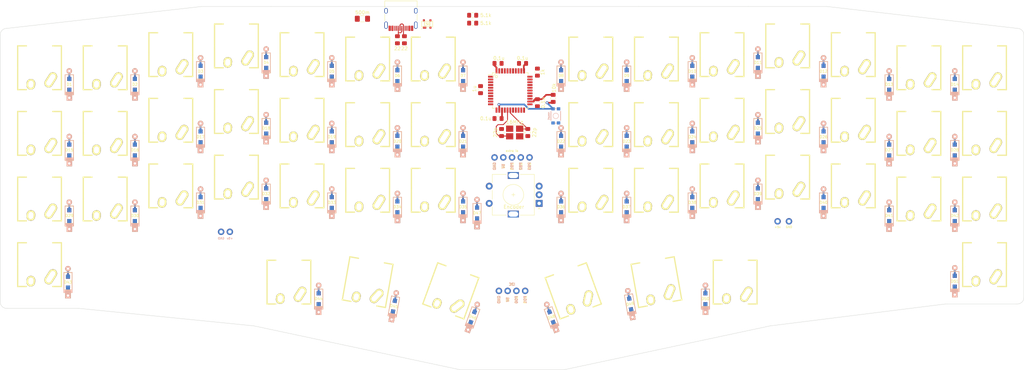
<source format=kicad_pcb>
(kicad_pcb (version 20171130) (host pcbnew 5.1.6)
  (layers (0 F.Cu signal) (31 B.Cu signal) (34 B.Paste user) (35 F.Paste user) (36 B.SilkS user) (37 F.SilkS user) (38 B.Mask user) (39 F.Mask user) (44 Edge.Cuts user))
  (net 0 "")
  (net 1 GND)
  (net 2 +5V)
  (net 3 xtal1)
  (net 4 xtal2)
  (net 5 "Net-(D1-Pad2)")
  (net 6 row0)
  (net 7 "Net-(D2-Pad2)")
  (net 8 "Net-(D3-Pad2)")
  (net 9 "Net-(D4-Pad2)")
  (net 10 "Net-(D5-Pad2)")
  (net 11 "Net-(D6-Pad2)")
  (net 12 "Net-(D7-Pad2)")
  (net 13 "Net-(D8-Pad2)")
  (net 14 "Net-(D9-Pad2)")
  (net 15 "Net-(D10-Pad2)")
  (net 16 "Net-(D11-Pad2)")
  (net 17 "Net-(D12-Pad2)")
  (net 18 "Net-(D13-Pad2)")
  (net 19 "Net-(D14-Pad2)")
  (net 20 row1)
  (net 21 "Net-(D15-Pad2)")
  (net 22 "Net-(D16-Pad2)")
  (net 23 "Net-(D17-Pad2)")
  (net 24 "Net-(D18-Pad2)")
  (net 25 "Net-(D19-Pad2)")
  (net 26 "Net-(D20-Pad2)")
  (net 27 "Net-(D21-Pad2)")
  (net 28 "Net-(D22-Pad2)")
  (net 29 "Net-(D23-Pad2)")
  (net 30 "Net-(D24-Pad2)")
  (net 31 "Net-(D25-Pad2)")
  (net 32 "Net-(D26-Pad2)")
  (net 33 "Net-(D27-Pad2)")
  (net 34 "Net-(D28-Pad2)")
  (net 35 row2)
  (net 36 "Net-(D29-Pad2)")
  (net 37 "Net-(D30-Pad2)")
  (net 38 "Net-(D31-Pad2)")
  (net 39 "Net-(D32-Pad2)")
  (net 40 "Net-(D33-Pad2)")
  (net 41 "Net-(D34-Pad2)")
  (net 42 "Net-(D35-Pad2)")
  (net 43 "Net-(D36-Pad2)")
  (net 44 "Net-(D37-Pad2)")
  (net 45 "Net-(D38-Pad2)")
  (net 46 "Net-(D39-Pad2)")
  (net 47 "Net-(D40-Pad2)")
  (net 48 "Net-(D41-Pad2)")
  (net 49 "Net-(D42-Pad2)")
  (net 50 "Net-(D43-Pad2)")
  (net 51 row3)
  (net 52 "Net-(D44-Pad2)")
  (net 53 "Net-(D45-Pad2)")
  (net 54 "Net-(D46-Pad2)")
  (net 55 "Net-(D47-Pad2)")
  (net 56 "Net-(D49-Pad2)")
  (net 57 "Net-(D50-Pad2)")
  (net 58 VCC)
  (net 59 reset)
  (net 60 col0)
  (net 61 col1)
  (net 62 col2)
  (net 63 col3)
  (net 64 col4)
  (net 65 col5)
  (net 66 col6)
  (net 67 col7)
  (net 68 col8)
  (net 69 col9)
  (net 70 col10)
  (net 71 col11)
  (net 72 col12)
  (net 73 col13)
  (net 74 "Net-(J1-PadA5)")
  (net 75 "Net-(J1-PadB5)")
  (net 76 "Net-(J1-PadA7)")
  (net 77 usb_d-)
  (net 78 usb_d+)
  (net 79 "Net-(J1-PadA6)")
  (net 80 "Net-(U2-Pad42)")
  (net 81 "Net-(C1-Pad2)")
  (net 82 "Net-(D51-Pad2)")
  (net 83 "Net-(D48-Pad2)")
  (net 84 "Net-(R5-Pad2)")
  (net 85 "Net-(J1-PadB8)")
  (net 86 "Net-(J1-PadA8)")
  (net 87 enc_b)
  (net 88 enc_a)
  (net 89 pb3)
  (net 90 pb2)
  (net 91 pb1)
  (net 92 pd0)
  (net 93 pd1)
  (module Connectors:1X01_NO_SILK (layer F.Cu) (at 264.541 81.407)
    (fp_text reference J7)
    (fp_text value GND (at 0 1.651) (layer F.SilkS) (effects (font (size 0.6096 0.6096) (thickness 0.127))))
    (pad 1 thru_hole circle (at 0 0) (size 1.8796 1.8796) (drill 1.016) (layers *.Cu *.Mask) (net 1 GND))
  )
  (module Connectors:1X01_NO_SILK (layer F.Cu) (at 99.695 84.455)
    (fp_text reference J6)
    (fp_text value GND (at 0 1.905) (layer B.SilkS) (effects (font (size 0.6096 0.6096) (thickness 0.127)) (justify mirror)))
    (pad 1 thru_hole circle (at 0 0) (size 1.8796 1.8796) (drill 1.016) (layers *.Cu *.Mask) (net 1 GND))
  )
  (module Connectors:1X01_NO_SILK (layer F.Cu) (at 261.239 81.407)
    (fp_text reference J5)
    (fp_text value +5v (at 0 1.651) (layer F.SilkS) (effects (font (size 0.6096 0.6096) (thickness 0.127))))
    (pad 1 thru_hole circle (at 0 0) (size 1.8796 1.8796) (drill 1.016) (layers *.Cu *.Mask) (net 2 +5V))
  )
  (module Connectors:1X01_NO_SILK (layer F.Cu) (at 102.235 84.455)
    (fp_text reference J4)
    (fp_text value +5v (at 0 1.905) (layer B.SilkS) (effects (font (size 0.6096 0.6096) (thickness 0.127)) (justify mirror)))
    (pad 1 thru_hole circle (at 0 0) (size 1.8796 1.8796) (drill 1.016) (layers *.Cu *.Mask) (net 2 +5V))
  )
  (module Connectors:1X04_NO_SILK (layer F.Cu) (at 180.34 101.6)
    (fp_text reference J3)
    (fp_text value I2C (at 3.81 -1.905) (layer F.SilkS) (effects (font (size 0.6096 0.6096) (thickness 0.127))))
    (pad 4 thru_hole circle (at 7.62 0) (size 1.8796 1.8796) (drill 1.016) (layers *.Cu *.Mask) (net 93 pd1))
    (pad 3 thru_hole circle (at 5.08 0) (size 1.8796 1.8796) (drill 1.016) (layers *.Cu *.Mask) (net 92 pd0))
    (pad 2 thru_hole circle (at 2.54 0) (size 1.8796 1.8796) (drill 1.016) (layers *.Cu *.Mask) (net 2 +5V))
    (pad 1 thru_hole circle (at 0 0) (size 1.8796 1.8796) (drill 1.016) (layers *.Cu *.Mask) (net 1 GND))
  )
  (module Connectors:1X05_NO_SILK (layer F.Cu) (at 179.07 62.865)
    (fp_text reference J2)
    (fp_text value "extra io" (at 5.08 -1.905) (layer F.SilkS) (effects (font (size 0.6096 0.6096) (thickness 0.127))))
    (pad 5 thru_hole circle (at 10.16 0) (size 1.8796 1.8796) (drill 1.016) (layers *.Cu *.Mask) (net 89 pb3))
    (pad 4 thru_hole circle (at 7.62 0) (size 1.8796 1.8796) (drill 1.016) (layers *.Cu *.Mask) (net 90 pb2))
    (pad 3 thru_hole circle (at 5.08 0) (size 1.8796 1.8796) (drill 1.016) (layers *.Cu *.Mask) (net 91 pb1))
    (pad 2 thru_hole circle (at 2.54 0) (size 1.8796 1.8796) (drill 1.016) (layers *.Cu *.Mask) (net 2 +5V))
    (pad 1 thru_hole circle (at 0 0) (size 1.8796 1.8796) (drill 1.016) (layers *.Cu *.Mask) (net 1 GND))
  )
  (module keyboard-components:D_SOD123_axial (layer F.Cu) (at 312.674 98.806 90)
    (fp_text reference D51 (at 0 0) (layer F.SilkS) (effects (font (size 0.8 0.8))))
    (fp_text value D hide)
    (pad 2 smd rect (at 1.575 0 90) (size 1.2 1.2) (layers B.Cu B.Paste B.Mask) (net 82 "Net-(D51-Pad2)"))
    (pad 2 smd rect (at 2.7 0 90) (size 2.5 0.5) (layers B.Cu) (net 82 "Net-(D51-Pad2)"))
    (pad 1 smd rect (at -2.7 0 90) (size 2.5 0.5) (layers B.Cu) (net 51 row3))
    (pad 1 smd rect (at -1.575 0 90) (size 1.2 1.2) (layers B.Cu B.Paste B.Mask) (net 51 row3))
    (pad 2 smd rect (at 2.7 0 90) (size 2.5 0.5) (layers F.Cu) (net 82 "Net-(D51-Pad2)"))
    (pad 1 smd rect (at -2.7 0 90) (size 2.5 0.5) (layers F.Cu) (net 51 row3))
    (pad 2 thru_hole circle (at 3.9 0 90) (size 1.6 1.6) (drill 0.7) (layers *.Cu *.SilkS *.Mask) (net 82 "Net-(D51-Pad2)"))
    (pad 1 thru_hole rect (at -3.9 0 90) (size 1.6 1.6) (drill 0.7) (layers *.Cu *.SilkS *.Mask) (net 51 row3))
    (pad 1 smd rect (at -1.575 0 90) (size 1.2 1.2) (layers F.Cu F.Paste F.Mask) (net 51 row3))
    (pad 2 smd rect (at 1.575 0 90) (size 1.2 1.2) (layers F.Cu F.Paste F.Mask) (net 82 "Net-(D51-Pad2)"))
  )
  (module keyboard-components:D_SOD123_axial (layer F.Cu) (at 240.284 103.886 90)
    (fp_text reference D50 (at 0 0) (layer F.SilkS) (effects (font (size 0.8 0.8))))
    (fp_text value D hide)
    (pad 2 smd rect (at 1.575 0 90) (size 1.2 1.2) (layers B.Cu B.Paste B.Mask) (net 57 "Net-(D50-Pad2)"))
    (pad 2 smd rect (at 2.7 0 90) (size 2.5 0.5) (layers B.Cu) (net 57 "Net-(D50-Pad2)"))
    (pad 1 smd rect (at -2.7 0 90) (size 2.5 0.5) (layers B.Cu) (net 51 row3))
    (pad 1 smd rect (at -1.575 0 90) (size 1.2 1.2) (layers B.Cu B.Paste B.Mask) (net 51 row3))
    (pad 2 smd rect (at 2.7 0 90) (size 2.5 0.5) (layers F.Cu) (net 57 "Net-(D50-Pad2)"))
    (pad 1 smd rect (at -2.7 0 90) (size 2.5 0.5) (layers F.Cu) (net 51 row3))
    (pad 2 thru_hole circle (at 3.9 0 90) (size 1.6 1.6) (drill 0.7) (layers *.Cu *.SilkS *.Mask) (net 57 "Net-(D50-Pad2)"))
    (pad 1 thru_hole rect (at -3.9 0 90) (size 1.6 1.6) (drill 0.7) (layers *.Cu *.SilkS *.Mask) (net 51 row3))
    (pad 1 smd rect (at -1.575 0 90) (size 1.2 1.2) (layers F.Cu F.Paste F.Mask) (net 51 row3))
    (pad 2 smd rect (at 1.575 0 90) (size 1.2 1.2) (layers F.Cu F.Paste F.Mask) (net 57 "Net-(D50-Pad2)"))
  )
  (module keyboard-components:D_SOD123_axial (layer F.Cu) (at 218.44 105.41 100)
    (fp_text reference D49 (at 0 0 10) (layer F.SilkS) (effects (font (size 0.8 0.8))))
    (fp_text value D hide)
    (pad 2 smd rect (at 1.575 0 100) (size 1.2 1.2) (layers B.Cu B.Paste B.Mask) (net 56 "Net-(D49-Pad2)"))
    (pad 2 smd rect (at 2.7 0 100) (size 2.5 0.5) (layers B.Cu) (net 56 "Net-(D49-Pad2)"))
    (pad 1 smd rect (at -2.7 0 100) (size 2.5 0.5) (layers B.Cu) (net 51 row3))
    (pad 1 smd rect (at -1.575 0 100) (size 1.2 1.2) (layers B.Cu B.Paste B.Mask) (net 51 row3))
    (pad 2 smd rect (at 2.7 0 100) (size 2.5 0.5) (layers F.Cu) (net 56 "Net-(D49-Pad2)"))
    (pad 1 smd rect (at -2.7 0 100) (size 2.5 0.5) (layers F.Cu) (net 51 row3))
    (pad 2 thru_hole circle (at 3.9 0 100) (size 1.6 1.6) (drill 0.7) (layers *.Cu *.SilkS *.Mask) (net 56 "Net-(D49-Pad2)"))
    (pad 1 thru_hole rect (at -3.9 0 100) (size 1.6 1.6) (drill 0.7) (layers *.Cu *.SilkS *.Mask) (net 51 row3))
    (pad 1 smd rect (at -1.575 0 100) (size 1.2 1.2) (layers F.Cu F.Paste F.Mask) (net 51 row3))
    (pad 2 smd rect (at 1.575 0 100) (size 1.2 1.2) (layers F.Cu F.Paste F.Mask) (net 56 "Net-(D49-Pad2)"))
  )
  (module keyboard-components:D_SOD123_axial (layer F.Cu) (at 195.58 109.22 110)
    (fp_text reference D48 (at 0 0 20) (layer F.SilkS) (effects (font (size 0.8 0.8))))
    (fp_text value D hide)
    (pad 2 smd rect (at 1.575 0 110) (size 1.2 1.2) (layers B.Cu B.Paste B.Mask) (net 83 "Net-(D48-Pad2)"))
    (pad 2 smd rect (at 2.7 0 110) (size 2.5 0.5) (layers B.Cu) (net 83 "Net-(D48-Pad2)"))
    (pad 1 smd rect (at -2.7 0 110) (size 2.5 0.5) (layers B.Cu) (net 51 row3))
    (pad 1 smd rect (at -1.575 0 110) (size 1.2 1.2) (layers B.Cu B.Paste B.Mask) (net 51 row3))
    (pad 2 smd rect (at 2.7 0 110) (size 2.5 0.5) (layers F.Cu) (net 83 "Net-(D48-Pad2)"))
    (pad 1 smd rect (at -2.7 0 110) (size 2.5 0.5) (layers F.Cu) (net 51 row3))
    (pad 2 thru_hole circle (at 3.9 0 110) (size 1.6 1.6) (drill 0.7) (layers *.Cu *.SilkS *.Mask) (net 83 "Net-(D48-Pad2)"))
    (pad 1 thru_hole rect (at -3.9 0 110) (size 1.6 1.6) (drill 0.7) (layers *.Cu *.SilkS *.Mask) (net 51 row3))
    (pad 1 smd rect (at -1.575 0 110) (size 1.2 1.2) (layers F.Cu F.Paste F.Mask) (net 51 row3))
    (pad 2 smd rect (at 1.575 0 110) (size 1.2 1.2) (layers F.Cu F.Paste F.Mask) (net 83 "Net-(D48-Pad2)"))
  )
  (module keyboard-components:D_SOD123_axial (layer F.Cu) (at 173.99 78.994 90)
    (fp_text reference D47 (at 0 0) (layer F.SilkS) (effects (font (size 0.8 0.8))))
    (fp_text value D hide)
    (pad 2 smd rect (at 1.575 0 90) (size 1.2 1.2) (layers B.Cu B.Paste B.Mask) (net 55 "Net-(D47-Pad2)"))
    (pad 2 smd rect (at 2.7 0 90) (size 2.5 0.5) (layers B.Cu) (net 55 "Net-(D47-Pad2)"))
    (pad 1 smd rect (at -2.7 0 90) (size 2.5 0.5) (layers B.Cu) (net 51 row3))
    (pad 1 smd rect (at -1.575 0 90) (size 1.2 1.2) (layers B.Cu B.Paste B.Mask) (net 51 row3))
    (pad 2 smd rect (at 2.7 0 90) (size 2.5 0.5) (layers F.Cu) (net 55 "Net-(D47-Pad2)"))
    (pad 1 smd rect (at -2.7 0 90) (size 2.5 0.5) (layers F.Cu) (net 51 row3))
    (pad 2 thru_hole circle (at 3.9 0 90) (size 1.6 1.6) (drill 0.7) (layers *.Cu *.SilkS *.Mask) (net 55 "Net-(D47-Pad2)"))
    (pad 1 thru_hole rect (at -3.9 0 90) (size 1.6 1.6) (drill 0.7) (layers *.Cu *.SilkS *.Mask) (net 51 row3))
    (pad 1 smd rect (at -1.575 0 90) (size 1.2 1.2) (layers F.Cu F.Paste F.Mask) (net 51 row3))
    (pad 2 smd rect (at 1.575 0 90) (size 1.2 1.2) (layers F.Cu F.Paste F.Mask) (net 55 "Net-(D47-Pad2)"))
  )
  (module keyboard-components:D_SOD123_axial (layer F.Cu) (at 172.72 109.22 70)
    (fp_text reference D46 (at 0 0 160) (layer F.SilkS) (effects (font (size 0.8 0.8))))
    (fp_text value D hide)
    (pad 2 smd rect (at 1.575 0 70) (size 1.2 1.2) (layers B.Cu B.Paste B.Mask) (net 54 "Net-(D46-Pad2)"))
    (pad 2 smd rect (at 2.7 0 70) (size 2.5 0.5) (layers B.Cu) (net 54 "Net-(D46-Pad2)"))
    (pad 1 smd rect (at -2.7 0 70) (size 2.5 0.5) (layers B.Cu) (net 51 row3))
    (pad 1 smd rect (at -1.575 0 70) (size 1.2 1.2) (layers B.Cu B.Paste B.Mask) (net 51 row3))
    (pad 2 smd rect (at 2.7 0 70) (size 2.5 0.5) (layers F.Cu) (net 54 "Net-(D46-Pad2)"))
    (pad 1 smd rect (at -2.7 0 70) (size 2.5 0.5) (layers F.Cu) (net 51 row3))
    (pad 2 thru_hole circle (at 3.9 0 70) (size 1.6 1.6) (drill 0.7) (layers *.Cu *.SilkS *.Mask) (net 54 "Net-(D46-Pad2)"))
    (pad 1 thru_hole rect (at -3.9 0 70) (size 1.6 1.6) (drill 0.7) (layers *.Cu *.SilkS *.Mask) (net 51 row3))
    (pad 1 smd rect (at -1.575 0 70) (size 1.2 1.2) (layers F.Cu F.Paste F.Mask) (net 51 row3))
    (pad 2 smd rect (at 1.575 0 70) (size 1.2 1.2) (layers F.Cu F.Paste F.Mask) (net 54 "Net-(D46-Pad2)"))
  )
  (module keyboard-components:D_SOD123_axial (layer F.Cu) (at 149.86 106.045 80)
    (fp_text reference D45 (at 0 0 170) (layer F.SilkS) (effects (font (size 0.8 0.8))))
    (fp_text value D hide)
    (pad 2 smd rect (at 1.575 0 80) (size 1.2 1.2) (layers B.Cu B.Paste B.Mask) (net 53 "Net-(D45-Pad2)"))
    (pad 2 smd rect (at 2.7 0 80) (size 2.5 0.5) (layers B.Cu) (net 53 "Net-(D45-Pad2)"))
    (pad 1 smd rect (at -2.7 0 80) (size 2.5 0.5) (layers B.Cu) (net 51 row3))
    (pad 1 smd rect (at -1.575 0 80) (size 1.2 1.2) (layers B.Cu B.Paste B.Mask) (net 51 row3))
    (pad 2 smd rect (at 2.7 0 80) (size 2.5 0.5) (layers F.Cu) (net 53 "Net-(D45-Pad2)"))
    (pad 1 smd rect (at -2.7 0 80) (size 2.5 0.5) (layers F.Cu) (net 51 row3))
    (pad 2 thru_hole circle (at 3.9 0 80) (size 1.6 1.6) (drill 0.7) (layers *.Cu *.SilkS *.Mask) (net 53 "Net-(D45-Pad2)"))
    (pad 1 thru_hole rect (at -3.9 0 80) (size 1.6 1.6) (drill 0.7) (layers *.Cu *.SilkS *.Mask) (net 51 row3))
    (pad 1 smd rect (at -1.575 0 80) (size 1.2 1.2) (layers F.Cu F.Paste F.Mask) (net 51 row3))
    (pad 2 smd rect (at 1.575 0 80) (size 1.2 1.2) (layers F.Cu F.Paste F.Mask) (net 53 "Net-(D45-Pad2)"))
  )
  (module keyboard-components:D_SOD123_axial (layer F.Cu) (at 128.016 103.886 90)
    (fp_text reference D44 (at 0 0) (layer F.SilkS) (effects (font (size 0.8 0.8))))
    (fp_text value D hide)
    (pad 2 smd rect (at 1.575 0 90) (size 1.2 1.2) (layers B.Cu B.Paste B.Mask) (net 52 "Net-(D44-Pad2)"))
    (pad 2 smd rect (at 2.7 0 90) (size 2.5 0.5) (layers B.Cu) (net 52 "Net-(D44-Pad2)"))
    (pad 1 smd rect (at -2.7 0 90) (size 2.5 0.5) (layers B.Cu) (net 51 row3))
    (pad 1 smd rect (at -1.575 0 90) (size 1.2 1.2) (layers B.Cu B.Paste B.Mask) (net 51 row3))
    (pad 2 smd rect (at 2.7 0 90) (size 2.5 0.5) (layers F.Cu) (net 52 "Net-(D44-Pad2)"))
    (pad 1 smd rect (at -2.7 0 90) (size 2.5 0.5) (layers F.Cu) (net 51 row3))
    (pad 2 thru_hole circle (at 3.9 0 90) (size 1.6 1.6) (drill 0.7) (layers *.Cu *.SilkS *.Mask) (net 52 "Net-(D44-Pad2)"))
    (pad 1 thru_hole rect (at -3.9 0 90) (size 1.6 1.6) (drill 0.7) (layers *.Cu *.SilkS *.Mask) (net 51 row3))
    (pad 1 smd rect (at -1.575 0 90) (size 1.2 1.2) (layers F.Cu F.Paste F.Mask) (net 51 row3))
    (pad 2 smd rect (at 1.575 0 90) (size 1.2 1.2) (layers F.Cu F.Paste F.Mask) (net 52 "Net-(D44-Pad2)"))
  )
  (module keyboard-components:D_SOD123_axial (layer F.Cu) (at 55.245 99.06 90)
    (fp_text reference D43 (at 0 0) (layer F.SilkS) (effects (font (size 0.8 0.8))))
    (fp_text value D hide)
    (pad 2 smd rect (at 1.575 0 90) (size 1.2 1.2) (layers B.Cu B.Paste B.Mask) (net 50 "Net-(D43-Pad2)"))
    (pad 2 smd rect (at 2.7 0 90) (size 2.5 0.5) (layers B.Cu) (net 50 "Net-(D43-Pad2)"))
    (pad 1 smd rect (at -2.7 0 90) (size 2.5 0.5) (layers B.Cu) (net 51 row3))
    (pad 1 smd rect (at -1.575 0 90) (size 1.2 1.2) (layers B.Cu B.Paste B.Mask) (net 51 row3))
    (pad 2 smd rect (at 2.7 0 90) (size 2.5 0.5) (layers F.Cu) (net 50 "Net-(D43-Pad2)"))
    (pad 1 smd rect (at -2.7 0 90) (size 2.5 0.5) (layers F.Cu) (net 51 row3))
    (pad 2 thru_hole circle (at 3.9 0 90) (size 1.6 1.6) (drill 0.7) (layers *.Cu *.SilkS *.Mask) (net 50 "Net-(D43-Pad2)"))
    (pad 1 thru_hole rect (at -3.9 0 90) (size 1.6 1.6) (drill 0.7) (layers *.Cu *.SilkS *.Mask) (net 51 row3))
    (pad 1 smd rect (at -1.575 0 90) (size 1.2 1.2) (layers F.Cu F.Paste F.Mask) (net 51 row3))
    (pad 2 smd rect (at 1.575 0 90) (size 1.2 1.2) (layers F.Cu F.Paste F.Mask) (net 50 "Net-(D43-Pad2)"))
  )
  (module keyboard-components:D_SOD123_axial (layer F.Cu) (at 312.674 79.756 90)
    (fp_text reference D42 (at 0 0) (layer F.SilkS) (effects (font (size 0.8 0.8))))
    (fp_text value D hide)
    (pad 2 smd rect (at 1.575 0 90) (size 1.2 1.2) (layers B.Cu B.Paste B.Mask) (net 49 "Net-(D42-Pad2)"))
    (pad 2 smd rect (at 2.7 0 90) (size 2.5 0.5) (layers B.Cu) (net 49 "Net-(D42-Pad2)"))
    (pad 1 smd rect (at -2.7 0 90) (size 2.5 0.5) (layers B.Cu) (net 35 row2))
    (pad 1 smd rect (at -1.575 0 90) (size 1.2 1.2) (layers B.Cu B.Paste B.Mask) (net 35 row2))
    (pad 2 smd rect (at 2.7 0 90) (size 2.5 0.5) (layers F.Cu) (net 49 "Net-(D42-Pad2)"))
    (pad 1 smd rect (at -2.7 0 90) (size 2.5 0.5) (layers F.Cu) (net 35 row2))
    (pad 2 thru_hole circle (at 3.9 0 90) (size 1.6 1.6) (drill 0.7) (layers *.Cu *.SilkS *.Mask) (net 49 "Net-(D42-Pad2)"))
    (pad 1 thru_hole rect (at -3.9 0 90) (size 1.6 1.6) (drill 0.7) (layers *.Cu *.SilkS *.Mask) (net 35 row2))
    (pad 1 smd rect (at -1.575 0 90) (size 1.2 1.2) (layers F.Cu F.Paste F.Mask) (net 35 row2))
    (pad 2 smd rect (at 1.575 0 90) (size 1.2 1.2) (layers F.Cu F.Paste F.Mask) (net 49 "Net-(D42-Pad2)"))
  )
  (module keyboard-components:D_SOD123_axial (layer F.Cu) (at 293.624 79.756 90)
    (fp_text reference D41 (at 0 0) (layer F.SilkS) (effects (font (size 0.8 0.8))))
    (fp_text value D hide)
    (pad 2 smd rect (at 1.575 0 90) (size 1.2 1.2) (layers B.Cu B.Paste B.Mask) (net 48 "Net-(D41-Pad2)"))
    (pad 2 smd rect (at 2.7 0 90) (size 2.5 0.5) (layers B.Cu) (net 48 "Net-(D41-Pad2)"))
    (pad 1 smd rect (at -2.7 0 90) (size 2.5 0.5) (layers B.Cu) (net 35 row2))
    (pad 1 smd rect (at -1.575 0 90) (size 1.2 1.2) (layers B.Cu B.Paste B.Mask) (net 35 row2))
    (pad 2 smd rect (at 2.7 0 90) (size 2.5 0.5) (layers F.Cu) (net 48 "Net-(D41-Pad2)"))
    (pad 1 smd rect (at -2.7 0 90) (size 2.5 0.5) (layers F.Cu) (net 35 row2))
    (pad 2 thru_hole circle (at 3.9 0 90) (size 1.6 1.6) (drill 0.7) (layers *.Cu *.SilkS *.Mask) (net 48 "Net-(D41-Pad2)"))
    (pad 1 thru_hole rect (at -3.9 0 90) (size 1.6 1.6) (drill 0.7) (layers *.Cu *.SilkS *.Mask) (net 35 row2))
    (pad 1 smd rect (at -1.575 0 90) (size 1.2 1.2) (layers F.Cu F.Paste F.Mask) (net 35 row2))
    (pad 2 smd rect (at 1.575 0 90) (size 1.2 1.2) (layers F.Cu F.Paste F.Mask) (net 48 "Net-(D41-Pad2)"))
  )
  (module keyboard-components:D_SOD123_axial (layer F.Cu) (at 274.574 75.946 90)
    (fp_text reference D40 (at 0 0) (layer F.SilkS) (effects (font (size 0.8 0.8))))
    (fp_text value D hide)
    (pad 2 smd rect (at 1.575 0 90) (size 1.2 1.2) (layers B.Cu B.Paste B.Mask) (net 47 "Net-(D40-Pad2)"))
    (pad 2 smd rect (at 2.7 0 90) (size 2.5 0.5) (layers B.Cu) (net 47 "Net-(D40-Pad2)"))
    (pad 1 smd rect (at -2.7 0 90) (size 2.5 0.5) (layers B.Cu) (net 35 row2))
    (pad 1 smd rect (at -1.575 0 90) (size 1.2 1.2) (layers B.Cu B.Paste B.Mask) (net 35 row2))
    (pad 2 smd rect (at 2.7 0 90) (size 2.5 0.5) (layers F.Cu) (net 47 "Net-(D40-Pad2)"))
    (pad 1 smd rect (at -2.7 0 90) (size 2.5 0.5) (layers F.Cu) (net 35 row2))
    (pad 2 thru_hole circle (at 3.9 0 90) (size 1.6 1.6) (drill 0.7) (layers *.Cu *.SilkS *.Mask) (net 47 "Net-(D40-Pad2)"))
    (pad 1 thru_hole rect (at -3.9 0 90) (size 1.6 1.6) (drill 0.7) (layers *.Cu *.SilkS *.Mask) (net 35 row2))
    (pad 1 smd rect (at -1.575 0 90) (size 1.2 1.2) (layers F.Cu F.Paste F.Mask) (net 35 row2))
    (pad 2 smd rect (at 1.575 0 90) (size 1.2 1.2) (layers F.Cu F.Paste F.Mask) (net 47 "Net-(D40-Pad2)"))
  )
  (module keyboard-components:D_SOD123_axial (layer F.Cu) (at 255.524 73.406 90)
    (fp_text reference D39 (at 0 0) (layer F.SilkS) (effects (font (size 0.8 0.8))))
    (fp_text value D hide)
    (pad 2 smd rect (at 1.575 0 90) (size 1.2 1.2) (layers B.Cu B.Paste B.Mask) (net 46 "Net-(D39-Pad2)"))
    (pad 2 smd rect (at 2.7 0 90) (size 2.5 0.5) (layers B.Cu) (net 46 "Net-(D39-Pad2)"))
    (pad 1 smd rect (at -2.7 0 90) (size 2.5 0.5) (layers B.Cu) (net 35 row2))
    (pad 1 smd rect (at -1.575 0 90) (size 1.2 1.2) (layers B.Cu B.Paste B.Mask) (net 35 row2))
    (pad 2 smd rect (at 2.7 0 90) (size 2.5 0.5) (layers F.Cu) (net 46 "Net-(D39-Pad2)"))
    (pad 1 smd rect (at -2.7 0 90) (size 2.5 0.5) (layers F.Cu) (net 35 row2))
    (pad 2 thru_hole circle (at 3.9 0 90) (size 1.6 1.6) (drill 0.7) (layers *.Cu *.SilkS *.Mask) (net 46 "Net-(D39-Pad2)"))
    (pad 1 thru_hole rect (at -3.9 0 90) (size 1.6 1.6) (drill 0.7) (layers *.Cu *.SilkS *.Mask) (net 35 row2))
    (pad 1 smd rect (at -1.575 0 90) (size 1.2 1.2) (layers F.Cu F.Paste F.Mask) (net 35 row2))
    (pad 2 smd rect (at 1.575 0 90) (size 1.2 1.2) (layers F.Cu F.Paste F.Mask) (net 46 "Net-(D39-Pad2)"))
  )
  (module keyboard-components:D_SOD123_axial (layer F.Cu) (at 236.474 75.946 90)
    (fp_text reference D38 (at 0 0) (layer F.SilkS) (effects (font (size 0.8 0.8))))
    (fp_text value D hide)
    (pad 2 smd rect (at 1.575 0 90) (size 1.2 1.2) (layers B.Cu B.Paste B.Mask) (net 45 "Net-(D38-Pad2)"))
    (pad 2 smd rect (at 2.7 0 90) (size 2.5 0.5) (layers B.Cu) (net 45 "Net-(D38-Pad2)"))
    (pad 1 smd rect (at -2.7 0 90) (size 2.5 0.5) (layers B.Cu) (net 35 row2))
    (pad 1 smd rect (at -1.575 0 90) (size 1.2 1.2) (layers B.Cu B.Paste B.Mask) (net 35 row2))
    (pad 2 smd rect (at 2.7 0 90) (size 2.5 0.5) (layers F.Cu) (net 45 "Net-(D38-Pad2)"))
    (pad 1 smd rect (at -2.7 0 90) (size 2.5 0.5) (layers F.Cu) (net 35 row2))
    (pad 2 thru_hole circle (at 3.9 0 90) (size 1.6 1.6) (drill 0.7) (layers *.Cu *.SilkS *.Mask) (net 45 "Net-(D38-Pad2)"))
    (pad 1 thru_hole rect (at -3.9 0 90) (size 1.6 1.6) (drill 0.7) (layers *.Cu *.SilkS *.Mask) (net 35 row2))
    (pad 1 smd rect (at -1.575 0 90) (size 1.2 1.2) (layers F.Cu F.Paste F.Mask) (net 35 row2))
    (pad 2 smd rect (at 1.575 0 90) (size 1.2 1.2) (layers F.Cu F.Paste F.Mask) (net 45 "Net-(D38-Pad2)"))
  )
  (module keyboard-components:D_SOD123_axial (layer F.Cu) (at 217.424 77.216 90)
    (fp_text reference D37 (at 0 0) (layer F.SilkS) (effects (font (size 0.8 0.8))))
    (fp_text value D hide)
    (pad 2 smd rect (at 1.575 0 90) (size 1.2 1.2) (layers B.Cu B.Paste B.Mask) (net 44 "Net-(D37-Pad2)"))
    (pad 2 smd rect (at 2.7 0 90) (size 2.5 0.5) (layers B.Cu) (net 44 "Net-(D37-Pad2)"))
    (pad 1 smd rect (at -2.7 0 90) (size 2.5 0.5) (layers B.Cu) (net 35 row2))
    (pad 1 smd rect (at -1.575 0 90) (size 1.2 1.2) (layers B.Cu B.Paste B.Mask) (net 35 row2))
    (pad 2 smd rect (at 2.7 0 90) (size 2.5 0.5) (layers F.Cu) (net 44 "Net-(D37-Pad2)"))
    (pad 1 smd rect (at -2.7 0 90) (size 2.5 0.5) (layers F.Cu) (net 35 row2))
    (pad 2 thru_hole circle (at 3.9 0 90) (size 1.6 1.6) (drill 0.7) (layers *.Cu *.SilkS *.Mask) (net 44 "Net-(D37-Pad2)"))
    (pad 1 thru_hole rect (at -3.9 0 90) (size 1.6 1.6) (drill 0.7) (layers *.Cu *.SilkS *.Mask) (net 35 row2))
    (pad 1 smd rect (at -1.575 0 90) (size 1.2 1.2) (layers F.Cu F.Paste F.Mask) (net 35 row2))
    (pad 2 smd rect (at 1.575 0 90) (size 1.2 1.2) (layers F.Cu F.Paste F.Mask) (net 44 "Net-(D37-Pad2)"))
  )
  (module keyboard-components:D_SOD123_axial (layer F.Cu) (at 198.374 77.216 90)
    (fp_text reference D36 (at 0 0) (layer F.SilkS) (effects (font (size 0.8 0.8))))
    (fp_text value D hide)
    (pad 2 smd rect (at 1.575 0 90) (size 1.2 1.2) (layers B.Cu B.Paste B.Mask) (net 43 "Net-(D36-Pad2)"))
    (pad 2 smd rect (at 2.7 0 90) (size 2.5 0.5) (layers B.Cu) (net 43 "Net-(D36-Pad2)"))
    (pad 1 smd rect (at -2.7 0 90) (size 2.5 0.5) (layers B.Cu) (net 35 row2))
    (pad 1 smd rect (at -1.575 0 90) (size 1.2 1.2) (layers B.Cu B.Paste B.Mask) (net 35 row2))
    (pad 2 smd rect (at 2.7 0 90) (size 2.5 0.5) (layers F.Cu) (net 43 "Net-(D36-Pad2)"))
    (pad 1 smd rect (at -2.7 0 90) (size 2.5 0.5) (layers F.Cu) (net 35 row2))
    (pad 2 thru_hole circle (at 3.9 0 90) (size 1.6 1.6) (drill 0.7) (layers *.Cu *.SilkS *.Mask) (net 43 "Net-(D36-Pad2)"))
    (pad 1 thru_hole rect (at -3.9 0 90) (size 1.6 1.6) (drill 0.7) (layers *.Cu *.SilkS *.Mask) (net 35 row2))
    (pad 1 smd rect (at -1.575 0 90) (size 1.2 1.2) (layers F.Cu F.Paste F.Mask) (net 35 row2))
    (pad 2 smd rect (at 1.575 0 90) (size 1.2 1.2) (layers F.Cu F.Paste F.Mask) (net 43 "Net-(D36-Pad2)"))
  )
  (module keyboard-components:D_SOD123_axial (layer F.Cu) (at 169.926 77.216 90)
    (fp_text reference D35 (at 0 0) (layer F.SilkS) (effects (font (size 0.8 0.8))))
    (fp_text value D hide)
    (pad 2 smd rect (at 1.575 0 90) (size 1.2 1.2) (layers B.Cu B.Paste B.Mask) (net 42 "Net-(D35-Pad2)"))
    (pad 2 smd rect (at 2.7 0 90) (size 2.5 0.5) (layers B.Cu) (net 42 "Net-(D35-Pad2)"))
    (pad 1 smd rect (at -2.7 0 90) (size 2.5 0.5) (layers B.Cu) (net 35 row2))
    (pad 1 smd rect (at -1.575 0 90) (size 1.2 1.2) (layers B.Cu B.Paste B.Mask) (net 35 row2))
    (pad 2 smd rect (at 2.7 0 90) (size 2.5 0.5) (layers F.Cu) (net 42 "Net-(D35-Pad2)"))
    (pad 1 smd rect (at -2.7 0 90) (size 2.5 0.5) (layers F.Cu) (net 35 row2))
    (pad 2 thru_hole circle (at 3.9 0 90) (size 1.6 1.6) (drill 0.7) (layers *.Cu *.SilkS *.Mask) (net 42 "Net-(D35-Pad2)"))
    (pad 1 thru_hole rect (at -3.9 0 90) (size 1.6 1.6) (drill 0.7) (layers *.Cu *.SilkS *.Mask) (net 35 row2))
    (pad 1 smd rect (at -1.575 0 90) (size 1.2 1.2) (layers F.Cu F.Paste F.Mask) (net 35 row2))
    (pad 2 smd rect (at 1.575 0 90) (size 1.2 1.2) (layers F.Cu F.Paste F.Mask) (net 42 "Net-(D35-Pad2)"))
  )
  (module keyboard-components:D_SOD123_axial (layer F.Cu) (at 150.876 77.216 90)
    (fp_text reference D34 (at 0 0) (layer F.SilkS) (effects (font (size 0.8 0.8))))
    (fp_text value D hide)
    (pad 2 smd rect (at 1.575 0 90) (size 1.2 1.2) (layers B.Cu B.Paste B.Mask) (net 41 "Net-(D34-Pad2)"))
    (pad 2 smd rect (at 2.7 0 90) (size 2.5 0.5) (layers B.Cu) (net 41 "Net-(D34-Pad2)"))
    (pad 1 smd rect (at -2.7 0 90) (size 2.5 0.5) (layers B.Cu) (net 35 row2))
    (pad 1 smd rect (at -1.575 0 90) (size 1.2 1.2) (layers B.Cu B.Paste B.Mask) (net 35 row2))
    (pad 2 smd rect (at 2.7 0 90) (size 2.5 0.5) (layers F.Cu) (net 41 "Net-(D34-Pad2)"))
    (pad 1 smd rect (at -2.7 0 90) (size 2.5 0.5) (layers F.Cu) (net 35 row2))
    (pad 2 thru_hole circle (at 3.9 0 90) (size 1.6 1.6) (drill 0.7) (layers *.Cu *.SilkS *.Mask) (net 41 "Net-(D34-Pad2)"))
    (pad 1 thru_hole rect (at -3.9 0 90) (size 1.6 1.6) (drill 0.7) (layers *.Cu *.SilkS *.Mask) (net 35 row2))
    (pad 1 smd rect (at -1.575 0 90) (size 1.2 1.2) (layers F.Cu F.Paste F.Mask) (net 35 row2))
    (pad 2 smd rect (at 1.575 0 90) (size 1.2 1.2) (layers F.Cu F.Paste F.Mask) (net 41 "Net-(D34-Pad2)"))
  )
  (module keyboard-components:D_SOD123_axial (layer F.Cu) (at 131.826 75.946 90)
    (fp_text reference D33 (at 0 0) (layer F.SilkS) (effects (font (size 0.8 0.8))))
    (fp_text value D hide)
    (pad 2 smd rect (at 1.575 0 90) (size 1.2 1.2) (layers B.Cu B.Paste B.Mask) (net 40 "Net-(D33-Pad2)"))
    (pad 2 smd rect (at 2.7 0 90) (size 2.5 0.5) (layers B.Cu) (net 40 "Net-(D33-Pad2)"))
    (pad 1 smd rect (at -2.7 0 90) (size 2.5 0.5) (layers B.Cu) (net 35 row2))
    (pad 1 smd rect (at -1.575 0 90) (size 1.2 1.2) (layers B.Cu B.Paste B.Mask) (net 35 row2))
    (pad 2 smd rect (at 2.7 0 90) (size 2.5 0.5) (layers F.Cu) (net 40 "Net-(D33-Pad2)"))
    (pad 1 smd rect (at -2.7 0 90) (size 2.5 0.5) (layers F.Cu) (net 35 row2))
    (pad 2 thru_hole circle (at 3.9 0 90) (size 1.6 1.6) (drill 0.7) (layers *.Cu *.SilkS *.Mask) (net 40 "Net-(D33-Pad2)"))
    (pad 1 thru_hole rect (at -3.9 0 90) (size 1.6 1.6) (drill 0.7) (layers *.Cu *.SilkS *.Mask) (net 35 row2))
    (pad 1 smd rect (at -1.575 0 90) (size 1.2 1.2) (layers F.Cu F.Paste F.Mask) (net 35 row2))
    (pad 2 smd rect (at 1.575 0 90) (size 1.2 1.2) (layers F.Cu F.Paste F.Mask) (net 40 "Net-(D33-Pad2)"))
  )
  (module keyboard-components:D_SOD123_axial (layer F.Cu) (at 112.776 73.406 90)
    (fp_text reference D32 (at 0 0) (layer F.SilkS) (effects (font (size 0.8 0.8))))
    (fp_text value D hide)
    (pad 2 smd rect (at 1.575 0 90) (size 1.2 1.2) (layers B.Cu B.Paste B.Mask) (net 39 "Net-(D32-Pad2)"))
    (pad 2 smd rect (at 2.7 0 90) (size 2.5 0.5) (layers B.Cu) (net 39 "Net-(D32-Pad2)"))
    (pad 1 smd rect (at -2.7 0 90) (size 2.5 0.5) (layers B.Cu) (net 35 row2))
    (pad 1 smd rect (at -1.575 0 90) (size 1.2 1.2) (layers B.Cu B.Paste B.Mask) (net 35 row2))
    (pad 2 smd rect (at 2.7 0 90) (size 2.5 0.5) (layers F.Cu) (net 39 "Net-(D32-Pad2)"))
    (pad 1 smd rect (at -2.7 0 90) (size 2.5 0.5) (layers F.Cu) (net 35 row2))
    (pad 2 thru_hole circle (at 3.9 0 90) (size 1.6 1.6) (drill 0.7) (layers *.Cu *.SilkS *.Mask) (net 39 "Net-(D32-Pad2)"))
    (pad 1 thru_hole rect (at -3.9 0 90) (size 1.6 1.6) (drill 0.7) (layers *.Cu *.SilkS *.Mask) (net 35 row2))
    (pad 1 smd rect (at -1.575 0 90) (size 1.2 1.2) (layers F.Cu F.Paste F.Mask) (net 35 row2))
    (pad 2 smd rect (at 1.575 0 90) (size 1.2 1.2) (layers F.Cu F.Paste F.Mask) (net 39 "Net-(D32-Pad2)"))
  )
  (module keyboard-components:D_SOD123_axial (layer F.Cu) (at 93.726 75.946 90)
    (fp_text reference D31 (at 0 0) (layer F.SilkS) (effects (font (size 0.8 0.8))))
    (fp_text value D hide)
    (pad 2 smd rect (at 1.575 0 90) (size 1.2 1.2) (layers B.Cu B.Paste B.Mask) (net 38 "Net-(D31-Pad2)"))
    (pad 2 smd rect (at 2.7 0 90) (size 2.5 0.5) (layers B.Cu) (net 38 "Net-(D31-Pad2)"))
    (pad 1 smd rect (at -2.7 0 90) (size 2.5 0.5) (layers B.Cu) (net 35 row2))
    (pad 1 smd rect (at -1.575 0 90) (size 1.2 1.2) (layers B.Cu B.Paste B.Mask) (net 35 row2))
    (pad 2 smd rect (at 2.7 0 90) (size 2.5 0.5) (layers F.Cu) (net 38 "Net-(D31-Pad2)"))
    (pad 1 smd rect (at -2.7 0 90) (size 2.5 0.5) (layers F.Cu) (net 35 row2))
    (pad 2 thru_hole circle (at 3.9 0 90) (size 1.6 1.6) (drill 0.7) (layers *.Cu *.SilkS *.Mask) (net 38 "Net-(D31-Pad2)"))
    (pad 1 thru_hole rect (at -3.9 0 90) (size 1.6 1.6) (drill 0.7) (layers *.Cu *.SilkS *.Mask) (net 35 row2))
    (pad 1 smd rect (at -1.575 0 90) (size 1.2 1.2) (layers F.Cu F.Paste F.Mask) (net 35 row2))
    (pad 2 smd rect (at 1.575 0 90) (size 1.2 1.2) (layers F.Cu F.Paste F.Mask) (net 38 "Net-(D31-Pad2)"))
  )
  (module keyboard-components:D_SOD123_axial (layer F.Cu) (at 74.676 79.756 90)
    (fp_text reference D30 (at 0 0) (layer F.SilkS) (effects (font (size 0.8 0.8))))
    (fp_text value D hide)
    (pad 2 smd rect (at 1.575 0 90) (size 1.2 1.2) (layers B.Cu B.Paste B.Mask) (net 37 "Net-(D30-Pad2)"))
    (pad 2 smd rect (at 2.7 0 90) (size 2.5 0.5) (layers B.Cu) (net 37 "Net-(D30-Pad2)"))
    (pad 1 smd rect (at -2.7 0 90) (size 2.5 0.5) (layers B.Cu) (net 35 row2))
    (pad 1 smd rect (at -1.575 0 90) (size 1.2 1.2) (layers B.Cu B.Paste B.Mask) (net 35 row2))
    (pad 2 smd rect (at 2.7 0 90) (size 2.5 0.5) (layers F.Cu) (net 37 "Net-(D30-Pad2)"))
    (pad 1 smd rect (at -2.7 0 90) (size 2.5 0.5) (layers F.Cu) (net 35 row2))
    (pad 2 thru_hole circle (at 3.9 0 90) (size 1.6 1.6) (drill 0.7) (layers *.Cu *.SilkS *.Mask) (net 37 "Net-(D30-Pad2)"))
    (pad 1 thru_hole rect (at -3.9 0 90) (size 1.6 1.6) (drill 0.7) (layers *.Cu *.SilkS *.Mask) (net 35 row2))
    (pad 1 smd rect (at -1.575 0 90) (size 1.2 1.2) (layers F.Cu F.Paste F.Mask) (net 35 row2))
    (pad 2 smd rect (at 1.575 0 90) (size 1.2 1.2) (layers F.Cu F.Paste F.Mask) (net 37 "Net-(D30-Pad2)"))
  )
  (module keyboard-components:D_SOD123_axial (layer F.Cu) (at 55.626 79.756 90)
    (fp_text reference D29 (at 0 0) (layer F.SilkS) (effects (font (size 0.8 0.8))))
    (fp_text value D hide)
    (pad 2 smd rect (at 1.575 0 90) (size 1.2 1.2) (layers B.Cu B.Paste B.Mask) (net 36 "Net-(D29-Pad2)"))
    (pad 2 smd rect (at 2.7 0 90) (size 2.5 0.5) (layers B.Cu) (net 36 "Net-(D29-Pad2)"))
    (pad 1 smd rect (at -2.7 0 90) (size 2.5 0.5) (layers B.Cu) (net 35 row2))
    (pad 1 smd rect (at -1.575 0 90) (size 1.2 1.2) (layers B.Cu B.Paste B.Mask) (net 35 row2))
    (pad 2 smd rect (at 2.7 0 90) (size 2.5 0.5) (layers F.Cu) (net 36 "Net-(D29-Pad2)"))
    (pad 1 smd rect (at -2.7 0 90) (size 2.5 0.5) (layers F.Cu) (net 35 row2))
    (pad 2 thru_hole circle (at 3.9 0 90) (size 1.6 1.6) (drill 0.7) (layers *.Cu *.SilkS *.Mask) (net 36 "Net-(D29-Pad2)"))
    (pad 1 thru_hole rect (at -3.9 0 90) (size 1.6 1.6) (drill 0.7) (layers *.Cu *.SilkS *.Mask) (net 35 row2))
    (pad 1 smd rect (at -1.575 0 90) (size 1.2 1.2) (layers F.Cu F.Paste F.Mask) (net 35 row2))
    (pad 2 smd rect (at 1.575 0 90) (size 1.2 1.2) (layers F.Cu F.Paste F.Mask) (net 36 "Net-(D29-Pad2)"))
  )
  (module keyboard-components:D_SOD123_axial (layer F.Cu) (at 312.674 60.706 90)
    (fp_text reference D28 (at 0 0) (layer F.SilkS) (effects (font (size 0.8 0.8))))
    (fp_text value D hide)
    (pad 2 smd rect (at 1.575 0 90) (size 1.2 1.2) (layers B.Cu B.Paste B.Mask) (net 34 "Net-(D28-Pad2)"))
    (pad 2 smd rect (at 2.7 0 90) (size 2.5 0.5) (layers B.Cu) (net 34 "Net-(D28-Pad2)"))
    (pad 1 smd rect (at -2.7 0 90) (size 2.5 0.5) (layers B.Cu) (net 20 row1))
    (pad 1 smd rect (at -1.575 0 90) (size 1.2 1.2) (layers B.Cu B.Paste B.Mask) (net 20 row1))
    (pad 2 smd rect (at 2.7 0 90) (size 2.5 0.5) (layers F.Cu) (net 34 "Net-(D28-Pad2)"))
    (pad 1 smd rect (at -2.7 0 90) (size 2.5 0.5) (layers F.Cu) (net 20 row1))
    (pad 2 thru_hole circle (at 3.9 0 90) (size 1.6 1.6) (drill 0.7) (layers *.Cu *.SilkS *.Mask) (net 34 "Net-(D28-Pad2)"))
    (pad 1 thru_hole rect (at -3.9 0 90) (size 1.6 1.6) (drill 0.7) (layers *.Cu *.SilkS *.Mask) (net 20 row1))
    (pad 1 smd rect (at -1.575 0 90) (size 1.2 1.2) (layers F.Cu F.Paste F.Mask) (net 20 row1))
    (pad 2 smd rect (at 1.575 0 90) (size 1.2 1.2) (layers F.Cu F.Paste F.Mask) (net 34 "Net-(D28-Pad2)"))
  )
  (module keyboard-components:D_SOD123_axial (layer F.Cu) (at 293.624 60.706 90)
    (fp_text reference D27 (at 0 0) (layer F.SilkS) (effects (font (size 0.8 0.8))))
    (fp_text value D hide)
    (pad 2 smd rect (at 1.575 0 90) (size 1.2 1.2) (layers B.Cu B.Paste B.Mask) (net 33 "Net-(D27-Pad2)"))
    (pad 2 smd rect (at 2.7 0 90) (size 2.5 0.5) (layers B.Cu) (net 33 "Net-(D27-Pad2)"))
    (pad 1 smd rect (at -2.7 0 90) (size 2.5 0.5) (layers B.Cu) (net 20 row1))
    (pad 1 smd rect (at -1.575 0 90) (size 1.2 1.2) (layers B.Cu B.Paste B.Mask) (net 20 row1))
    (pad 2 smd rect (at 2.7 0 90) (size 2.5 0.5) (layers F.Cu) (net 33 "Net-(D27-Pad2)"))
    (pad 1 smd rect (at -2.7 0 90) (size 2.5 0.5) (layers F.Cu) (net 20 row1))
    (pad 2 thru_hole circle (at 3.9 0 90) (size 1.6 1.6) (drill 0.7) (layers *.Cu *.SilkS *.Mask) (net 33 "Net-(D27-Pad2)"))
    (pad 1 thru_hole rect (at -3.9 0 90) (size 1.6 1.6) (drill 0.7) (layers *.Cu *.SilkS *.Mask) (net 20 row1))
    (pad 1 smd rect (at -1.575 0 90) (size 1.2 1.2) (layers F.Cu F.Paste F.Mask) (net 20 row1))
    (pad 2 smd rect (at 1.575 0 90) (size 1.2 1.2) (layers F.Cu F.Paste F.Mask) (net 33 "Net-(D27-Pad2)"))
  )
  (module keyboard-components:D_SOD123_axial (layer F.Cu) (at 274.574 56.896 90)
    (fp_text reference D26 (at 0 0) (layer F.SilkS) (effects (font (size 0.8 0.8))))
    (fp_text value D hide)
    (pad 2 smd rect (at 1.575 0 90) (size 1.2 1.2) (layers B.Cu B.Paste B.Mask) (net 32 "Net-(D26-Pad2)"))
    (pad 2 smd rect (at 2.7 0 90) (size 2.5 0.5) (layers B.Cu) (net 32 "Net-(D26-Pad2)"))
    (pad 1 smd rect (at -2.7 0 90) (size 2.5 0.5) (layers B.Cu) (net 20 row1))
    (pad 1 smd rect (at -1.575 0 90) (size 1.2 1.2) (layers B.Cu B.Paste B.Mask) (net 20 row1))
    (pad 2 smd rect (at 2.7 0 90) (size 2.5 0.5) (layers F.Cu) (net 32 "Net-(D26-Pad2)"))
    (pad 1 smd rect (at -2.7 0 90) (size 2.5 0.5) (layers F.Cu) (net 20 row1))
    (pad 2 thru_hole circle (at 3.9 0 90) (size 1.6 1.6) (drill 0.7) (layers *.Cu *.SilkS *.Mask) (net 32 "Net-(D26-Pad2)"))
    (pad 1 thru_hole rect (at -3.9 0 90) (size 1.6 1.6) (drill 0.7) (layers *.Cu *.SilkS *.Mask) (net 20 row1))
    (pad 1 smd rect (at -1.575 0 90) (size 1.2 1.2) (layers F.Cu F.Paste F.Mask) (net 20 row1))
    (pad 2 smd rect (at 1.575 0 90) (size 1.2 1.2) (layers F.Cu F.Paste F.Mask) (net 32 "Net-(D26-Pad2)"))
  )
  (module keyboard-components:D_SOD123_axial (layer F.Cu) (at 255.524 54.356 90)
    (fp_text reference D25 (at 0 0) (layer F.SilkS) (effects (font (size 0.8 0.8))))
    (fp_text value D hide)
    (pad 2 smd rect (at 1.575 0 90) (size 1.2 1.2) (layers B.Cu B.Paste B.Mask) (net 31 "Net-(D25-Pad2)"))
    (pad 2 smd rect (at 2.7 0 90) (size 2.5 0.5) (layers B.Cu) (net 31 "Net-(D25-Pad2)"))
    (pad 1 smd rect (at -2.7 0 90) (size 2.5 0.5) (layers B.Cu) (net 20 row1))
    (pad 1 smd rect (at -1.575 0 90) (size 1.2 1.2) (layers B.Cu B.Paste B.Mask) (net 20 row1))
    (pad 2 smd rect (at 2.7 0 90) (size 2.5 0.5) (layers F.Cu) (net 31 "Net-(D25-Pad2)"))
    (pad 1 smd rect (at -2.7 0 90) (size 2.5 0.5) (layers F.Cu) (net 20 row1))
    (pad 2 thru_hole circle (at 3.9 0 90) (size 1.6 1.6) (drill 0.7) (layers *.Cu *.SilkS *.Mask) (net 31 "Net-(D25-Pad2)"))
    (pad 1 thru_hole rect (at -3.9 0 90) (size 1.6 1.6) (drill 0.7) (layers *.Cu *.SilkS *.Mask) (net 20 row1))
    (pad 1 smd rect (at -1.575 0 90) (size 1.2 1.2) (layers F.Cu F.Paste F.Mask) (net 20 row1))
    (pad 2 smd rect (at 1.575 0 90) (size 1.2 1.2) (layers F.Cu F.Paste F.Mask) (net 31 "Net-(D25-Pad2)"))
  )
  (module keyboard-components:D_SOD123_axial (layer F.Cu) (at 236.474 56.896 90)
    (fp_text reference D24 (at 0 0) (layer F.SilkS) (effects (font (size 0.8 0.8))))
    (fp_text value D hide)
    (pad 2 smd rect (at 1.575 0 90) (size 1.2 1.2) (layers B.Cu B.Paste B.Mask) (net 30 "Net-(D24-Pad2)"))
    (pad 2 smd rect (at 2.7 0 90) (size 2.5 0.5) (layers B.Cu) (net 30 "Net-(D24-Pad2)"))
    (pad 1 smd rect (at -2.7 0 90) (size 2.5 0.5) (layers B.Cu) (net 20 row1))
    (pad 1 smd rect (at -1.575 0 90) (size 1.2 1.2) (layers B.Cu B.Paste B.Mask) (net 20 row1))
    (pad 2 smd rect (at 2.7 0 90) (size 2.5 0.5) (layers F.Cu) (net 30 "Net-(D24-Pad2)"))
    (pad 1 smd rect (at -2.7 0 90) (size 2.5 0.5) (layers F.Cu) (net 20 row1))
    (pad 2 thru_hole circle (at 3.9 0 90) (size 1.6 1.6) (drill 0.7) (layers *.Cu *.SilkS *.Mask) (net 30 "Net-(D24-Pad2)"))
    (pad 1 thru_hole rect (at -3.9 0 90) (size 1.6 1.6) (drill 0.7) (layers *.Cu *.SilkS *.Mask) (net 20 row1))
    (pad 1 smd rect (at -1.575 0 90) (size 1.2 1.2) (layers F.Cu F.Paste F.Mask) (net 20 row1))
    (pad 2 smd rect (at 1.575 0 90) (size 1.2 1.2) (layers F.Cu F.Paste F.Mask) (net 30 "Net-(D24-Pad2)"))
  )
  (module keyboard-components:D_SOD123_axial (layer F.Cu) (at 217.424 58.166 90)
    (fp_text reference D23 (at 0 0) (layer F.SilkS) (effects (font (size 0.8 0.8))))
    (fp_text value D hide)
    (pad 2 smd rect (at 1.575 0 90) (size 1.2 1.2) (layers B.Cu B.Paste B.Mask) (net 29 "Net-(D23-Pad2)"))
    (pad 2 smd rect (at 2.7 0 90) (size 2.5 0.5) (layers B.Cu) (net 29 "Net-(D23-Pad2)"))
    (pad 1 smd rect (at -2.7 0 90) (size 2.5 0.5) (layers B.Cu) (net 20 row1))
    (pad 1 smd rect (at -1.575 0 90) (size 1.2 1.2) (layers B.Cu B.Paste B.Mask) (net 20 row1))
    (pad 2 smd rect (at 2.7 0 90) (size 2.5 0.5) (layers F.Cu) (net 29 "Net-(D23-Pad2)"))
    (pad 1 smd rect (at -2.7 0 90) (size 2.5 0.5) (layers F.Cu) (net 20 row1))
    (pad 2 thru_hole circle (at 3.9 0 90) (size 1.6 1.6) (drill 0.7) (layers *.Cu *.SilkS *.Mask) (net 29 "Net-(D23-Pad2)"))
    (pad 1 thru_hole rect (at -3.9 0 90) (size 1.6 1.6) (drill 0.7) (layers *.Cu *.SilkS *.Mask) (net 20 row1))
    (pad 1 smd rect (at -1.575 0 90) (size 1.2 1.2) (layers F.Cu F.Paste F.Mask) (net 20 row1))
    (pad 2 smd rect (at 1.575 0 90) (size 1.2 1.2) (layers F.Cu F.Paste F.Mask) (net 29 "Net-(D23-Pad2)"))
  )
  (module keyboard-components:D_SOD123_axial (layer F.Cu) (at 198.374 58.166 90)
    (fp_text reference D22 (at 0 0) (layer F.SilkS) (effects (font (size 0.8 0.8))))
    (fp_text value D hide)
    (pad 2 smd rect (at 1.575 0 90) (size 1.2 1.2) (layers B.Cu B.Paste B.Mask) (net 28 "Net-(D22-Pad2)"))
    (pad 2 smd rect (at 2.7 0 90) (size 2.5 0.5) (layers B.Cu) (net 28 "Net-(D22-Pad2)"))
    (pad 1 smd rect (at -2.7 0 90) (size 2.5 0.5) (layers B.Cu) (net 20 row1))
    (pad 1 smd rect (at -1.575 0 90) (size 1.2 1.2) (layers B.Cu B.Paste B.Mask) (net 20 row1))
    (pad 2 smd rect (at 2.7 0 90) (size 2.5 0.5) (layers F.Cu) (net 28 "Net-(D22-Pad2)"))
    (pad 1 smd rect (at -2.7 0 90) (size 2.5 0.5) (layers F.Cu) (net 20 row1))
    (pad 2 thru_hole circle (at 3.9 0 90) (size 1.6 1.6) (drill 0.7) (layers *.Cu *.SilkS *.Mask) (net 28 "Net-(D22-Pad2)"))
    (pad 1 thru_hole rect (at -3.9 0 90) (size 1.6 1.6) (drill 0.7) (layers *.Cu *.SilkS *.Mask) (net 20 row1))
    (pad 1 smd rect (at -1.575 0 90) (size 1.2 1.2) (layers F.Cu F.Paste F.Mask) (net 20 row1))
    (pad 2 smd rect (at 1.575 0 90) (size 1.2 1.2) (layers F.Cu F.Paste F.Mask) (net 28 "Net-(D22-Pad2)"))
  )
  (module keyboard-components:D_SOD123_axial (layer F.Cu) (at 169.926 58.166 90)
    (fp_text reference D21 (at 0 0) (layer F.SilkS) (effects (font (size 0.8 0.8))))
    (fp_text value D hide)
    (pad 2 smd rect (at 1.575 0 90) (size 1.2 1.2) (layers B.Cu B.Paste B.Mask) (net 27 "Net-(D21-Pad2)"))
    (pad 2 smd rect (at 2.7 0 90) (size 2.5 0.5) (layers B.Cu) (net 27 "Net-(D21-Pad2)"))
    (pad 1 smd rect (at -2.7 0 90) (size 2.5 0.5) (layers B.Cu) (net 20 row1))
    (pad 1 smd rect (at -1.575 0 90) (size 1.2 1.2) (layers B.Cu B.Paste B.Mask) (net 20 row1))
    (pad 2 smd rect (at 2.7 0 90) (size 2.5 0.5) (layers F.Cu) (net 27 "Net-(D21-Pad2)"))
    (pad 1 smd rect (at -2.7 0 90) (size 2.5 0.5) (layers F.Cu) (net 20 row1))
    (pad 2 thru_hole circle (at 3.9 0 90) (size 1.6 1.6) (drill 0.7) (layers *.Cu *.SilkS *.Mask) (net 27 "Net-(D21-Pad2)"))
    (pad 1 thru_hole rect (at -3.9 0 90) (size 1.6 1.6) (drill 0.7) (layers *.Cu *.SilkS *.Mask) (net 20 row1))
    (pad 1 smd rect (at -1.575 0 90) (size 1.2 1.2) (layers F.Cu F.Paste F.Mask) (net 20 row1))
    (pad 2 smd rect (at 1.575 0 90) (size 1.2 1.2) (layers F.Cu F.Paste F.Mask) (net 27 "Net-(D21-Pad2)"))
  )
  (module keyboard-components:D_SOD123_axial (layer F.Cu) (at 150.876 58.166 90)
    (fp_text reference D20 (at 0 0) (layer F.SilkS) (effects (font (size 0.8 0.8))))
    (fp_text value D hide)
    (pad 2 smd rect (at 1.575 0 90) (size 1.2 1.2) (layers B.Cu B.Paste B.Mask) (net 26 "Net-(D20-Pad2)"))
    (pad 2 smd rect (at 2.7 0 90) (size 2.5 0.5) (layers B.Cu) (net 26 "Net-(D20-Pad2)"))
    (pad 1 smd rect (at -2.7 0 90) (size 2.5 0.5) (layers B.Cu) (net 20 row1))
    (pad 1 smd rect (at -1.575 0 90) (size 1.2 1.2) (layers B.Cu B.Paste B.Mask) (net 20 row1))
    (pad 2 smd rect (at 2.7 0 90) (size 2.5 0.5) (layers F.Cu) (net 26 "Net-(D20-Pad2)"))
    (pad 1 smd rect (at -2.7 0 90) (size 2.5 0.5) (layers F.Cu) (net 20 row1))
    (pad 2 thru_hole circle (at 3.9 0 90) (size 1.6 1.6) (drill 0.7) (layers *.Cu *.SilkS *.Mask) (net 26 "Net-(D20-Pad2)"))
    (pad 1 thru_hole rect (at -3.9 0 90) (size 1.6 1.6) (drill 0.7) (layers *.Cu *.SilkS *.Mask) (net 20 row1))
    (pad 1 smd rect (at -1.575 0 90) (size 1.2 1.2) (layers F.Cu F.Paste F.Mask) (net 20 row1))
    (pad 2 smd rect (at 1.575 0 90) (size 1.2 1.2) (layers F.Cu F.Paste F.Mask) (net 26 "Net-(D20-Pad2)"))
  )
  (module keyboard-components:D_SOD123_axial (layer F.Cu) (at 131.826 56.896 90)
    (fp_text reference D19 (at 0 0) (layer F.SilkS) (effects (font (size 0.8 0.8))))
    (fp_text value D hide)
    (pad 2 smd rect (at 1.575 0 90) (size 1.2 1.2) (layers B.Cu B.Paste B.Mask) (net 25 "Net-(D19-Pad2)"))
    (pad 2 smd rect (at 2.7 0 90) (size 2.5 0.5) (layers B.Cu) (net 25 "Net-(D19-Pad2)"))
    (pad 1 smd rect (at -2.7 0 90) (size 2.5 0.5) (layers B.Cu) (net 20 row1))
    (pad 1 smd rect (at -1.575 0 90) (size 1.2 1.2) (layers B.Cu B.Paste B.Mask) (net 20 row1))
    (pad 2 smd rect (at 2.7 0 90) (size 2.5 0.5) (layers F.Cu) (net 25 "Net-(D19-Pad2)"))
    (pad 1 smd rect (at -2.7 0 90) (size 2.5 0.5) (layers F.Cu) (net 20 row1))
    (pad 2 thru_hole circle (at 3.9 0 90) (size 1.6 1.6) (drill 0.7) (layers *.Cu *.SilkS *.Mask) (net 25 "Net-(D19-Pad2)"))
    (pad 1 thru_hole rect (at -3.9 0 90) (size 1.6 1.6) (drill 0.7) (layers *.Cu *.SilkS *.Mask) (net 20 row1))
    (pad 1 smd rect (at -1.575 0 90) (size 1.2 1.2) (layers F.Cu F.Paste F.Mask) (net 20 row1))
    (pad 2 smd rect (at 1.575 0 90) (size 1.2 1.2) (layers F.Cu F.Paste F.Mask) (net 25 "Net-(D19-Pad2)"))
  )
  (module keyboard-components:D_SOD123_axial (layer F.Cu) (at 112.776 54.356 90)
    (fp_text reference D18 (at 0 0) (layer F.SilkS) (effects (font (size 0.8 0.8))))
    (fp_text value D hide)
    (pad 2 smd rect (at 1.575 0 90) (size 1.2 1.2) (layers B.Cu B.Paste B.Mask) (net 24 "Net-(D18-Pad2)"))
    (pad 2 smd rect (at 2.7 0 90) (size 2.5 0.5) (layers B.Cu) (net 24 "Net-(D18-Pad2)"))
    (pad 1 smd rect (at -2.7 0 90) (size 2.5 0.5) (layers B.Cu) (net 20 row1))
    (pad 1 smd rect (at -1.575 0 90) (size 1.2 1.2) (layers B.Cu B.Paste B.Mask) (net 20 row1))
    (pad 2 smd rect (at 2.7 0 90) (size 2.5 0.5) (layers F.Cu) (net 24 "Net-(D18-Pad2)"))
    (pad 1 smd rect (at -2.7 0 90) (size 2.5 0.5) (layers F.Cu) (net 20 row1))
    (pad 2 thru_hole circle (at 3.9 0 90) (size 1.6 1.6) (drill 0.7) (layers *.Cu *.SilkS *.Mask) (net 24 "Net-(D18-Pad2)"))
    (pad 1 thru_hole rect (at -3.9 0 90) (size 1.6 1.6) (drill 0.7) (layers *.Cu *.SilkS *.Mask) (net 20 row1))
    (pad 1 smd rect (at -1.575 0 90) (size 1.2 1.2) (layers F.Cu F.Paste F.Mask) (net 20 row1))
    (pad 2 smd rect (at 1.575 0 90) (size 1.2 1.2) (layers F.Cu F.Paste F.Mask) (net 24 "Net-(D18-Pad2)"))
  )
  (module keyboard-components:D_SOD123_axial (layer F.Cu) (at 93.726 56.896 90)
    (fp_text reference D17 (at 0 0) (layer F.SilkS) (effects (font (size 0.8 0.8))))
    (fp_text value D hide)
    (pad 2 smd rect (at 1.575 0 90) (size 1.2 1.2) (layers B.Cu B.Paste B.Mask) (net 23 "Net-(D17-Pad2)"))
    (pad 2 smd rect (at 2.7 0 90) (size 2.5 0.5) (layers B.Cu) (net 23 "Net-(D17-Pad2)"))
    (pad 1 smd rect (at -2.7 0 90) (size 2.5 0.5) (layers B.Cu) (net 20 row1))
    (pad 1 smd rect (at -1.575 0 90) (size 1.2 1.2) (layers B.Cu B.Paste B.Mask) (net 20 row1))
    (pad 2 smd rect (at 2.7 0 90) (size 2.5 0.5) (layers F.Cu) (net 23 "Net-(D17-Pad2)"))
    (pad 1 smd rect (at -2.7 0 90) (size 2.5 0.5) (layers F.Cu) (net 20 row1))
    (pad 2 thru_hole circle (at 3.9 0 90) (size 1.6 1.6) (drill 0.7) (layers *.Cu *.SilkS *.Mask) (net 23 "Net-(D17-Pad2)"))
    (pad 1 thru_hole rect (at -3.9 0 90) (size 1.6 1.6) (drill 0.7) (layers *.Cu *.SilkS *.Mask) (net 20 row1))
    (pad 1 smd rect (at -1.575 0 90) (size 1.2 1.2) (layers F.Cu F.Paste F.Mask) (net 20 row1))
    (pad 2 smd rect (at 1.575 0 90) (size 1.2 1.2) (layers F.Cu F.Paste F.Mask) (net 23 "Net-(D17-Pad2)"))
  )
  (module keyboard-components:D_SOD123_axial (layer F.Cu) (at 74.676 60.706 90)
    (fp_text reference D16 (at 0 0) (layer F.SilkS) (effects (font (size 0.8 0.8))))
    (fp_text value D hide)
    (pad 2 smd rect (at 1.575 0 90) (size 1.2 1.2) (layers B.Cu B.Paste B.Mask) (net 22 "Net-(D16-Pad2)"))
    (pad 2 smd rect (at 2.7 0 90) (size 2.5 0.5) (layers B.Cu) (net 22 "Net-(D16-Pad2)"))
    (pad 1 smd rect (at -2.7 0 90) (size 2.5 0.5) (layers B.Cu) (net 20 row1))
    (pad 1 smd rect (at -1.575 0 90) (size 1.2 1.2) (layers B.Cu B.Paste B.Mask) (net 20 row1))
    (pad 2 smd rect (at 2.7 0 90) (size 2.5 0.5) (layers F.Cu) (net 22 "Net-(D16-Pad2)"))
    (pad 1 smd rect (at -2.7 0 90) (size 2.5 0.5) (layers F.Cu) (net 20 row1))
    (pad 2 thru_hole circle (at 3.9 0 90) (size 1.6 1.6) (drill 0.7) (layers *.Cu *.SilkS *.Mask) (net 22 "Net-(D16-Pad2)"))
    (pad 1 thru_hole rect (at -3.9 0 90) (size 1.6 1.6) (drill 0.7) (layers *.Cu *.SilkS *.Mask) (net 20 row1))
    (pad 1 smd rect (at -1.575 0 90) (size 1.2 1.2) (layers F.Cu F.Paste F.Mask) (net 20 row1))
    (pad 2 smd rect (at 1.575 0 90) (size 1.2 1.2) (layers F.Cu F.Paste F.Mask) (net 22 "Net-(D16-Pad2)"))
  )
  (module keyboard-components:D_SOD123_axial (layer F.Cu) (at 55.626 60.706 90)
    (fp_text reference D15 (at 0 0) (layer F.SilkS) (effects (font (size 0.8 0.8))))
    (fp_text value D hide)
    (pad 2 smd rect (at 1.575 0 90) (size 1.2 1.2) (layers B.Cu B.Paste B.Mask) (net 21 "Net-(D15-Pad2)"))
    (pad 2 smd rect (at 2.7 0 90) (size 2.5 0.5) (layers B.Cu) (net 21 "Net-(D15-Pad2)"))
    (pad 1 smd rect (at -2.7 0 90) (size 2.5 0.5) (layers B.Cu) (net 20 row1))
    (pad 1 smd rect (at -1.575 0 90) (size 1.2 1.2) (layers B.Cu B.Paste B.Mask) (net 20 row1))
    (pad 2 smd rect (at 2.7 0 90) (size 2.5 0.5) (layers F.Cu) (net 21 "Net-(D15-Pad2)"))
    (pad 1 smd rect (at -2.7 0 90) (size 2.5 0.5) (layers F.Cu) (net 20 row1))
    (pad 2 thru_hole circle (at 3.9 0 90) (size 1.6 1.6) (drill 0.7) (layers *.Cu *.SilkS *.Mask) (net 21 "Net-(D15-Pad2)"))
    (pad 1 thru_hole rect (at -3.9 0 90) (size 1.6 1.6) (drill 0.7) (layers *.Cu *.SilkS *.Mask) (net 20 row1))
    (pad 1 smd rect (at -1.575 0 90) (size 1.2 1.2) (layers F.Cu F.Paste F.Mask) (net 20 row1))
    (pad 2 smd rect (at 1.575 0 90) (size 1.2 1.2) (layers F.Cu F.Paste F.Mask) (net 21 "Net-(D15-Pad2)"))
  )
  (module keyboard-components:D_SOD123_axial (layer F.Cu) (at 312.674 41.656 90)
    (fp_text reference D14 (at 0 0) (layer F.SilkS) (effects (font (size 0.8 0.8))))
    (fp_text value D hide)
    (pad 2 smd rect (at 1.575 0 90) (size 1.2 1.2) (layers B.Cu B.Paste B.Mask) (net 19 "Net-(D14-Pad2)"))
    (pad 2 smd rect (at 2.7 0 90) (size 2.5 0.5) (layers B.Cu) (net 19 "Net-(D14-Pad2)"))
    (pad 1 smd rect (at -2.7 0 90) (size 2.5 0.5) (layers B.Cu) (net 6 row0))
    (pad 1 smd rect (at -1.575 0 90) (size 1.2 1.2) (layers B.Cu B.Paste B.Mask) (net 6 row0))
    (pad 2 smd rect (at 2.7 0 90) (size 2.5 0.5) (layers F.Cu) (net 19 "Net-(D14-Pad2)"))
    (pad 1 smd rect (at -2.7 0 90) (size 2.5 0.5) (layers F.Cu) (net 6 row0))
    (pad 2 thru_hole circle (at 3.9 0 90) (size 1.6 1.6) (drill 0.7) (layers *.Cu *.SilkS *.Mask) (net 19 "Net-(D14-Pad2)"))
    (pad 1 thru_hole rect (at -3.9 0 90) (size 1.6 1.6) (drill 0.7) (layers *.Cu *.SilkS *.Mask) (net 6 row0))
    (pad 1 smd rect (at -1.575 0 90) (size 1.2 1.2) (layers F.Cu F.Paste F.Mask) (net 6 row0))
    (pad 2 smd rect (at 1.575 0 90) (size 1.2 1.2) (layers F.Cu F.Paste F.Mask) (net 19 "Net-(D14-Pad2)"))
  )
  (module keyboard-components:D_SOD123_axial (layer F.Cu) (at 293.624 41.656 90)
    (fp_text reference D13 (at 0 0) (layer F.SilkS) (effects (font (size 0.8 0.8))))
    (fp_text value D hide)
    (pad 2 smd rect (at 1.575 0 90) (size 1.2 1.2) (layers B.Cu B.Paste B.Mask) (net 18 "Net-(D13-Pad2)"))
    (pad 2 smd rect (at 2.7 0 90) (size 2.5 0.5) (layers B.Cu) (net 18 "Net-(D13-Pad2)"))
    (pad 1 smd rect (at -2.7 0 90) (size 2.5 0.5) (layers B.Cu) (net 6 row0))
    (pad 1 smd rect (at -1.575 0 90) (size 1.2 1.2) (layers B.Cu B.Paste B.Mask) (net 6 row0))
    (pad 2 smd rect (at 2.7 0 90) (size 2.5 0.5) (layers F.Cu) (net 18 "Net-(D13-Pad2)"))
    (pad 1 smd rect (at -2.7 0 90) (size 2.5 0.5) (layers F.Cu) (net 6 row0))
    (pad 2 thru_hole circle (at 3.9 0 90) (size 1.6 1.6) (drill 0.7) (layers *.Cu *.SilkS *.Mask) (net 18 "Net-(D13-Pad2)"))
    (pad 1 thru_hole rect (at -3.9 0 90) (size 1.6 1.6) (drill 0.7) (layers *.Cu *.SilkS *.Mask) (net 6 row0))
    (pad 1 smd rect (at -1.575 0 90) (size 1.2 1.2) (layers F.Cu F.Paste F.Mask) (net 6 row0))
    (pad 2 smd rect (at 1.575 0 90) (size 1.2 1.2) (layers F.Cu F.Paste F.Mask) (net 18 "Net-(D13-Pad2)"))
  )
  (module keyboard-components:D_SOD123_axial (layer F.Cu) (at 274.574 37.846 90)
    (fp_text reference D12 (at 0 0) (layer F.SilkS) (effects (font (size 0.8 0.8))))
    (fp_text value D hide)
    (pad 2 smd rect (at 1.575 0 90) (size 1.2 1.2) (layers B.Cu B.Paste B.Mask) (net 17 "Net-(D12-Pad2)"))
    (pad 2 smd rect (at 2.7 0 90) (size 2.5 0.5) (layers B.Cu) (net 17 "Net-(D12-Pad2)"))
    (pad 1 smd rect (at -2.7 0 90) (size 2.5 0.5) (layers B.Cu) (net 6 row0))
    (pad 1 smd rect (at -1.575 0 90) (size 1.2 1.2) (layers B.Cu B.Paste B.Mask) (net 6 row0))
    (pad 2 smd rect (at 2.7 0 90) (size 2.5 0.5) (layers F.Cu) (net 17 "Net-(D12-Pad2)"))
    (pad 1 smd rect (at -2.7 0 90) (size 2.5 0.5) (layers F.Cu) (net 6 row0))
    (pad 2 thru_hole circle (at 3.9 0 90) (size 1.6 1.6) (drill 0.7) (layers *.Cu *.SilkS *.Mask) (net 17 "Net-(D12-Pad2)"))
    (pad 1 thru_hole rect (at -3.9 0 90) (size 1.6 1.6) (drill 0.7) (layers *.Cu *.SilkS *.Mask) (net 6 row0))
    (pad 1 smd rect (at -1.575 0 90) (size 1.2 1.2) (layers F.Cu F.Paste F.Mask) (net 6 row0))
    (pad 2 smd rect (at 1.575 0 90) (size 1.2 1.2) (layers F.Cu F.Paste F.Mask) (net 17 "Net-(D12-Pad2)"))
  )
  (module keyboard-components:D_SOD123_axial (layer F.Cu) (at 255.524 35.306 90)
    (fp_text reference D11 (at 0 0) (layer F.SilkS) (effects (font (size 0.8 0.8))))
    (fp_text value D hide)
    (pad 2 smd rect (at 1.575 0 90) (size 1.2 1.2) (layers B.Cu B.Paste B.Mask) (net 16 "Net-(D11-Pad2)"))
    (pad 2 smd rect (at 2.7 0 90) (size 2.5 0.5) (layers B.Cu) (net 16 "Net-(D11-Pad2)"))
    (pad 1 smd rect (at -2.7 0 90) (size 2.5 0.5) (layers B.Cu) (net 6 row0))
    (pad 1 smd rect (at -1.575 0 90) (size 1.2 1.2) (layers B.Cu B.Paste B.Mask) (net 6 row0))
    (pad 2 smd rect (at 2.7 0 90) (size 2.5 0.5) (layers F.Cu) (net 16 "Net-(D11-Pad2)"))
    (pad 1 smd rect (at -2.7 0 90) (size 2.5 0.5) (layers F.Cu) (net 6 row0))
    (pad 2 thru_hole circle (at 3.9 0 90) (size 1.6 1.6) (drill 0.7) (layers *.Cu *.SilkS *.Mask) (net 16 "Net-(D11-Pad2)"))
    (pad 1 thru_hole rect (at -3.9 0 90) (size 1.6 1.6) (drill 0.7) (layers *.Cu *.SilkS *.Mask) (net 6 row0))
    (pad 1 smd rect (at -1.575 0 90) (size 1.2 1.2) (layers F.Cu F.Paste F.Mask) (net 6 row0))
    (pad 2 smd rect (at 1.575 0 90) (size 1.2 1.2) (layers F.Cu F.Paste F.Mask) (net 16 "Net-(D11-Pad2)"))
  )
  (module keyboard-components:D_SOD123_axial (layer F.Cu) (at 236.474 37.846 90)
    (fp_text reference D10 (at 0 0) (layer F.SilkS) (effects (font (size 0.8 0.8))))
    (fp_text value D hide)
    (pad 2 smd rect (at 1.575 0 90) (size 1.2 1.2) (layers B.Cu B.Paste B.Mask) (net 15 "Net-(D10-Pad2)"))
    (pad 2 smd rect (at 2.7 0 90) (size 2.5 0.5) (layers B.Cu) (net 15 "Net-(D10-Pad2)"))
    (pad 1 smd rect (at -2.7 0 90) (size 2.5 0.5) (layers B.Cu) (net 6 row0))
    (pad 1 smd rect (at -1.575 0 90) (size 1.2 1.2) (layers B.Cu B.Paste B.Mask) (net 6 row0))
    (pad 2 smd rect (at 2.7 0 90) (size 2.5 0.5) (layers F.Cu) (net 15 "Net-(D10-Pad2)"))
    (pad 1 smd rect (at -2.7 0 90) (size 2.5 0.5) (layers F.Cu) (net 6 row0))
    (pad 2 thru_hole circle (at 3.9 0 90) (size 1.6 1.6) (drill 0.7) (layers *.Cu *.SilkS *.Mask) (net 15 "Net-(D10-Pad2)"))
    (pad 1 thru_hole rect (at -3.9 0 90) (size 1.6 1.6) (drill 0.7) (layers *.Cu *.SilkS *.Mask) (net 6 row0))
    (pad 1 smd rect (at -1.575 0 90) (size 1.2 1.2) (layers F.Cu F.Paste F.Mask) (net 6 row0))
    (pad 2 smd rect (at 1.575 0 90) (size 1.2 1.2) (layers F.Cu F.Paste F.Mask) (net 15 "Net-(D10-Pad2)"))
  )
  (module keyboard-components:D_SOD123_axial (layer F.Cu) (at 217.424 39.116 90)
    (fp_text reference D9 (at 0 0) (layer F.SilkS) (effects (font (size 0.8 0.8))))
    (fp_text value D hide)
    (pad 2 smd rect (at 1.575 0 90) (size 1.2 1.2) (layers B.Cu B.Paste B.Mask) (net 14 "Net-(D9-Pad2)"))
    (pad 2 smd rect (at 2.7 0 90) (size 2.5 0.5) (layers B.Cu) (net 14 "Net-(D9-Pad2)"))
    (pad 1 smd rect (at -2.7 0 90) (size 2.5 0.5) (layers B.Cu) (net 6 row0))
    (pad 1 smd rect (at -1.575 0 90) (size 1.2 1.2) (layers B.Cu B.Paste B.Mask) (net 6 row0))
    (pad 2 smd rect (at 2.7 0 90) (size 2.5 0.5) (layers F.Cu) (net 14 "Net-(D9-Pad2)"))
    (pad 1 smd rect (at -2.7 0 90) (size 2.5 0.5) (layers F.Cu) (net 6 row0))
    (pad 2 thru_hole circle (at 3.9 0 90) (size 1.6 1.6) (drill 0.7) (layers *.Cu *.SilkS *.Mask) (net 14 "Net-(D9-Pad2)"))
    (pad 1 thru_hole rect (at -3.9 0 90) (size 1.6 1.6) (drill 0.7) (layers *.Cu *.SilkS *.Mask) (net 6 row0))
    (pad 1 smd rect (at -1.575 0 90) (size 1.2 1.2) (layers F.Cu F.Paste F.Mask) (net 6 row0))
    (pad 2 smd rect (at 1.575 0 90) (size 1.2 1.2) (layers F.Cu F.Paste F.Mask) (net 14 "Net-(D9-Pad2)"))
  )
  (module keyboard-components:D_SOD123_axial (layer F.Cu) (at 198.374 39.116 90)
    (fp_text reference D8 (at 0 0) (layer F.SilkS) (effects (font (size 0.8 0.8))))
    (fp_text value D hide)
    (pad 2 smd rect (at 1.575 0 90) (size 1.2 1.2) (layers B.Cu B.Paste B.Mask) (net 13 "Net-(D8-Pad2)"))
    (pad 2 smd rect (at 2.7 0 90) (size 2.5 0.5) (layers B.Cu) (net 13 "Net-(D8-Pad2)"))
    (pad 1 smd rect (at -2.7 0 90) (size 2.5 0.5) (layers B.Cu) (net 6 row0))
    (pad 1 smd rect (at -1.575 0 90) (size 1.2 1.2) (layers B.Cu B.Paste B.Mask) (net 6 row0))
    (pad 2 smd rect (at 2.7 0 90) (size 2.5 0.5) (layers F.Cu) (net 13 "Net-(D8-Pad2)"))
    (pad 1 smd rect (at -2.7 0 90) (size 2.5 0.5) (layers F.Cu) (net 6 row0))
    (pad 2 thru_hole circle (at 3.9 0 90) (size 1.6 1.6) (drill 0.7) (layers *.Cu *.SilkS *.Mask) (net 13 "Net-(D8-Pad2)"))
    (pad 1 thru_hole rect (at -3.9 0 90) (size 1.6 1.6) (drill 0.7) (layers *.Cu *.SilkS *.Mask) (net 6 row0))
    (pad 1 smd rect (at -1.575 0 90) (size 1.2 1.2) (layers F.Cu F.Paste F.Mask) (net 6 row0))
    (pad 2 smd rect (at 1.575 0 90) (size 1.2 1.2) (layers F.Cu F.Paste F.Mask) (net 13 "Net-(D8-Pad2)"))
  )
  (module keyboard-components:D_SOD123_axial (layer F.Cu) (at 169.926 39.116 90)
    (fp_text reference D7 (at 0 0) (layer F.SilkS) (effects (font (size 0.8 0.8))))
    (fp_text value D hide)
    (pad 2 smd rect (at 1.575 0 90) (size 1.2 1.2) (layers B.Cu B.Paste B.Mask) (net 12 "Net-(D7-Pad2)"))
    (pad 2 smd rect (at 2.7 0 90) (size 2.5 0.5) (layers B.Cu) (net 12 "Net-(D7-Pad2)"))
    (pad 1 smd rect (at -2.7 0 90) (size 2.5 0.5) (layers B.Cu) (net 6 row0))
    (pad 1 smd rect (at -1.575 0 90) (size 1.2 1.2) (layers B.Cu B.Paste B.Mask) (net 6 row0))
    (pad 2 smd rect (at 2.7 0 90) (size 2.5 0.5) (layers F.Cu) (net 12 "Net-(D7-Pad2)"))
    (pad 1 smd rect (at -2.7 0 90) (size 2.5 0.5) (layers F.Cu) (net 6 row0))
    (pad 2 thru_hole circle (at 3.9 0 90) (size 1.6 1.6) (drill 0.7) (layers *.Cu *.SilkS *.Mask) (net 12 "Net-(D7-Pad2)"))
    (pad 1 thru_hole rect (at -3.9 0 90) (size 1.6 1.6) (drill 0.7) (layers *.Cu *.SilkS *.Mask) (net 6 row0))
    (pad 1 smd rect (at -1.575 0 90) (size 1.2 1.2) (layers F.Cu F.Paste F.Mask) (net 6 row0))
    (pad 2 smd rect (at 1.575 0 90) (size 1.2 1.2) (layers F.Cu F.Paste F.Mask) (net 12 "Net-(D7-Pad2)"))
  )
  (module keyboard-components:D_SOD123_axial (layer F.Cu) (at 150.876 39.116 90)
    (fp_text reference D6 (at 0 0) (layer F.SilkS) (effects (font (size 0.8 0.8))))
    (fp_text value D hide)
    (pad 2 smd rect (at 1.575 0 90) (size 1.2 1.2) (layers B.Cu B.Paste B.Mask) (net 11 "Net-(D6-Pad2)"))
    (pad 2 smd rect (at 2.7 0 90) (size 2.5 0.5) (layers B.Cu) (net 11 "Net-(D6-Pad2)"))
    (pad 1 smd rect (at -2.7 0 90) (size 2.5 0.5) (layers B.Cu) (net 6 row0))
    (pad 1 smd rect (at -1.575 0 90) (size 1.2 1.2) (layers B.Cu B.Paste B.Mask) (net 6 row0))
    (pad 2 smd rect (at 2.7 0 90) (size 2.5 0.5) (layers F.Cu) (net 11 "Net-(D6-Pad2)"))
    (pad 1 smd rect (at -2.7 0 90) (size 2.5 0.5) (layers F.Cu) (net 6 row0))
    (pad 2 thru_hole circle (at 3.9 0 90) (size 1.6 1.6) (drill 0.7) (layers *.Cu *.SilkS *.Mask) (net 11 "Net-(D6-Pad2)"))
    (pad 1 thru_hole rect (at -3.9 0 90) (size 1.6 1.6) (drill 0.7) (layers *.Cu *.SilkS *.Mask) (net 6 row0))
    (pad 1 smd rect (at -1.575 0 90) (size 1.2 1.2) (layers F.Cu F.Paste F.Mask) (net 6 row0))
    (pad 2 smd rect (at 1.575 0 90) (size 1.2 1.2) (layers F.Cu F.Paste F.Mask) (net 11 "Net-(D6-Pad2)"))
  )
  (module keyboard-components:D_SOD123_axial (layer F.Cu) (at 131.826 37.846 90)
    (fp_text reference D5 (at 0 0) (layer F.SilkS) (effects (font (size 0.8 0.8))))
    (fp_text value D hide)
    (pad 2 smd rect (at 1.575 0 90) (size 1.2 1.2) (layers B.Cu B.Paste B.Mask) (net 10 "Net-(D5-Pad2)"))
    (pad 2 smd rect (at 2.7 0 90) (size 2.5 0.5) (layers B.Cu) (net 10 "Net-(D5-Pad2)"))
    (pad 1 smd rect (at -2.7 0 90) (size 2.5 0.5) (layers B.Cu) (net 6 row0))
    (pad 1 smd rect (at -1.575 0 90) (size 1.2 1.2) (layers B.Cu B.Paste B.Mask) (net 6 row0))
    (pad 2 smd rect (at 2.7 0 90) (size 2.5 0.5) (layers F.Cu) (net 10 "Net-(D5-Pad2)"))
    (pad 1 smd rect (at -2.7 0 90) (size 2.5 0.5) (layers F.Cu) (net 6 row0))
    (pad 2 thru_hole circle (at 3.9 0 90) (size 1.6 1.6) (drill 0.7) (layers *.Cu *.SilkS *.Mask) (net 10 "Net-(D5-Pad2)"))
    (pad 1 thru_hole rect (at -3.9 0 90) (size 1.6 1.6) (drill 0.7) (layers *.Cu *.SilkS *.Mask) (net 6 row0))
    (pad 1 smd rect (at -1.575 0 90) (size 1.2 1.2) (layers F.Cu F.Paste F.Mask) (net 6 row0))
    (pad 2 smd rect (at 1.575 0 90) (size 1.2 1.2) (layers F.Cu F.Paste F.Mask) (net 10 "Net-(D5-Pad2)"))
  )
  (module keyboard-components:D_SOD123_axial (layer F.Cu) (at 112.776 35.306 90)
    (fp_text reference D4 (at 0 0) (layer F.SilkS) (effects (font (size 0.8 0.8))))
    (fp_text value D hide)
    (pad 2 smd rect (at 1.575 0 90) (size 1.2 1.2) (layers B.Cu B.Paste B.Mask) (net 9 "Net-(D4-Pad2)"))
    (pad 2 smd rect (at 2.7 0 90) (size 2.5 0.5) (layers B.Cu) (net 9 "Net-(D4-Pad2)"))
    (pad 1 smd rect (at -2.7 0 90) (size 2.5 0.5) (layers B.Cu) (net 6 row0))
    (pad 1 smd rect (at -1.575 0 90) (size 1.2 1.2) (layers B.Cu B.Paste B.Mask) (net 6 row0))
    (pad 2 smd rect (at 2.7 0 90) (size 2.5 0.5) (layers F.Cu) (net 9 "Net-(D4-Pad2)"))
    (pad 1 smd rect (at -2.7 0 90) (size 2.5 0.5) (layers F.Cu) (net 6 row0))
    (pad 2 thru_hole circle (at 3.9 0 90) (size 1.6 1.6) (drill 0.7) (layers *.Cu *.SilkS *.Mask) (net 9 "Net-(D4-Pad2)"))
    (pad 1 thru_hole rect (at -3.9 0 90) (size 1.6 1.6) (drill 0.7) (layers *.Cu *.SilkS *.Mask) (net 6 row0))
    (pad 1 smd rect (at -1.575 0 90) (size 1.2 1.2) (layers F.Cu F.Paste F.Mask) (net 6 row0))
    (pad 2 smd rect (at 1.575 0 90) (size 1.2 1.2) (layers F.Cu F.Paste F.Mask) (net 9 "Net-(D4-Pad2)"))
  )
  (module keyboard-components:D_SOD123_axial (layer F.Cu) (at 93.726 37.846 90)
    (fp_text reference D3 (at 0 0) (layer F.SilkS) (effects (font (size 0.8 0.8))))
    (fp_text value D hide)
    (pad 2 smd rect (at 1.575 0 90) (size 1.2 1.2) (layers B.Cu B.Paste B.Mask) (net 8 "Net-(D3-Pad2)"))
    (pad 2 smd rect (at 2.7 0 90) (size 2.5 0.5) (layers B.Cu) (net 8 "Net-(D3-Pad2)"))
    (pad 1 smd rect (at -2.7 0 90) (size 2.5 0.5) (layers B.Cu) (net 6 row0))
    (pad 1 smd rect (at -1.575 0 90) (size 1.2 1.2) (layers B.Cu B.Paste B.Mask) (net 6 row0))
    (pad 2 smd rect (at 2.7 0 90) (size 2.5 0.5) (layers F.Cu) (net 8 "Net-(D3-Pad2)"))
    (pad 1 smd rect (at -2.7 0 90) (size 2.5 0.5) (layers F.Cu) (net 6 row0))
    (pad 2 thru_hole circle (at 3.9 0 90) (size 1.6 1.6) (drill 0.7) (layers *.Cu *.SilkS *.Mask) (net 8 "Net-(D3-Pad2)"))
    (pad 1 thru_hole rect (at -3.9 0 90) (size 1.6 1.6) (drill 0.7) (layers *.Cu *.SilkS *.Mask) (net 6 row0))
    (pad 1 smd rect (at -1.575 0 90) (size 1.2 1.2) (layers F.Cu F.Paste F.Mask) (net 6 row0))
    (pad 2 smd rect (at 1.575 0 90) (size 1.2 1.2) (layers F.Cu F.Paste F.Mask) (net 8 "Net-(D3-Pad2)"))
  )
  (module keyboard-components:D_SOD123_axial (layer F.Cu) (at 74.676 41.656 90)
    (fp_text reference D2 (at 0 0) (layer F.SilkS) (effects (font (size 0.8 0.8))))
    (fp_text value D hide)
    (pad 2 smd rect (at 1.575 0 90) (size 1.2 1.2) (layers B.Cu B.Paste B.Mask) (net 7 "Net-(D2-Pad2)"))
    (pad 2 smd rect (at 2.7 0 90) (size 2.5 0.5) (layers B.Cu) (net 7 "Net-(D2-Pad2)"))
    (pad 1 smd rect (at -2.7 0 90) (size 2.5 0.5) (layers B.Cu) (net 6 row0))
    (pad 1 smd rect (at -1.575 0 90) (size 1.2 1.2) (layers B.Cu B.Paste B.Mask) (net 6 row0))
    (pad 2 smd rect (at 2.7 0 90) (size 2.5 0.5) (layers F.Cu) (net 7 "Net-(D2-Pad2)"))
    (pad 1 smd rect (at -2.7 0 90) (size 2.5 0.5) (layers F.Cu) (net 6 row0))
    (pad 2 thru_hole circle (at 3.9 0 90) (size 1.6 1.6) (drill 0.7) (layers *.Cu *.SilkS *.Mask) (net 7 "Net-(D2-Pad2)"))
    (pad 1 thru_hole rect (at -3.9 0 90) (size 1.6 1.6) (drill 0.7) (layers *.Cu *.SilkS *.Mask) (net 6 row0))
    (pad 1 smd rect (at -1.575 0 90) (size 1.2 1.2) (layers F.Cu F.Paste F.Mask) (net 6 row0))
    (pad 2 smd rect (at 1.575 0 90) (size 1.2 1.2) (layers F.Cu F.Paste F.Mask) (net 7 "Net-(D2-Pad2)"))
  )
  (module keyboard-components:D_SOD123_axial (layer F.Cu) (at 55.626 41.656 90)
    (fp_text reference D1 (at 0 0) (layer F.SilkS) (effects (font (size 0.8 0.8))))
    (fp_text value D hide)
    (pad 2 smd rect (at 1.575 0 90) (size 1.2 1.2) (layers B.Cu B.Paste B.Mask) (net 5 "Net-(D1-Pad2)"))
    (pad 2 smd rect (at 2.7 0 90) (size 2.5 0.5) (layers B.Cu) (net 5 "Net-(D1-Pad2)"))
    (pad 1 smd rect (at -2.7 0 90) (size 2.5 0.5) (layers B.Cu) (net 6 row0))
    (pad 1 smd rect (at -1.575 0 90) (size 1.2 1.2) (layers B.Cu B.Paste B.Mask) (net 6 row0))
    (pad 2 smd rect (at 2.7 0 90) (size 2.5 0.5) (layers F.Cu) (net 5 "Net-(D1-Pad2)"))
    (pad 1 smd rect (at -2.7 0 90) (size 2.5 0.5) (layers F.Cu) (net 6 row0))
    (pad 2 thru_hole circle (at 3.9 0 90) (size 1.6 1.6) (drill 0.7) (layers *.Cu *.SilkS *.Mask) (net 5 "Net-(D1-Pad2)"))
    (pad 1 thru_hole rect (at -3.9 0 90) (size 1.6 1.6) (drill 0.7) (layers *.Cu *.SilkS *.Mask) (net 6 row0))
    (pad 1 smd rect (at -1.575 0 90) (size 1.2 1.2) (layers F.Cu F.Paste F.Mask) (net 6 row0))
    (pad 2 smd rect (at 1.575 0 90) (size 1.2 1.2) (layers F.Cu F.Paste F.Mask) (net 5 "Net-(D1-Pad2)"))
  )
  (module keyboard-components:Mx-Alps-vertical-175U (layer F.Cu) (at 201.93 101.6 20)
    (fp_text reference K48)
    (fp_text value RAISE)
    (pad 2 thru_hole oval (at -2.52 4.79 196.1) (size 2.5 3.08) (drill oval 1.5 2.08) (layers *.Cu *.Mask F.SilkS) (net 68 col8))
    (pad 1 thru_hole oval (at 3.255 3.52 167.5) (size 2.5 4.75) (drill oval 1.5 3.75) (layers *.Cu *.Mask F.SilkS) (net 83 "Net-(D48-Pad2)"))
    (pad "" np_thru_hole circle (at -5.08 0 200) (size 1.7018 1.7018) (drill 1.7018) (layers *.Cu *.Mask))
    (pad "" np_thru_hole circle (at 5.08 0 200) (size 1.7018 1.7018) (drill 1.7018) (layers *.Cu *.Mask))
    (pad "" np_thru_hole circle (at 0 0 200) (size 3.9878 3.9878) (drill 3.9878) (layers *.Cu *.Mask))
  )
  (module keyboard-components:Mx-Alps-vertical-175U (layer F.Cu) (at 166.37 101.6 340)
    (fp_text reference K46)
    (fp_text value LOWER)
    (pad 2 thru_hole oval (at -2.52 4.79 156.1) (size 2.5 3.08) (drill oval 1.5 2.08) (layers *.Cu *.Mask F.SilkS) (net 66 col6))
    (pad 1 thru_hole oval (at 3.255 3.52 127.5) (size 2.5 4.75) (drill oval 1.5 3.75) (layers *.Cu *.Mask F.SilkS) (net 54 "Net-(D46-Pad2)"))
    (pad "" np_thru_hole circle (at -5.08 0 160) (size 1.7018 1.7018) (drill 1.7018) (layers *.Cu *.Mask))
    (pad "" np_thru_hole circle (at 5.08 0 160) (size 1.7018 1.7018) (drill 1.7018) (layers *.Cu *.Mask))
    (pad "" np_thru_hole circle (at 0 0 160) (size 3.9878 3.9878) (drill 3.9878) (layers *.Cu *.Mask))
  )
  (module keyboard-components:Mx-Alps-vertical-125U (layer F.Cu) (at 142.24 99.06 350)
    (fp_text reference K49)
    (fp_text value RSPACE)
    (pad 2 thru_hole oval (at -2.52 4.79 166.1) (size 2.5 3.08) (drill oval 1.5 2.08) (layers *.Cu *.Mask F.SilkS) (net 69 col9))
    (pad 1 thru_hole oval (at 3.255 3.52 137.5) (size 2.5 4.75) (drill oval 1.5 3.75) (layers *.Cu *.Mask F.SilkS) (net 56 "Net-(D49-Pad2)"))
    (pad "" np_thru_hole circle (at -5.08 0 170) (size 1.7018 1.7018) (drill 1.7018) (layers *.Cu *.Mask))
    (pad "" np_thru_hole circle (at 5.08 0 170) (size 1.7018 1.7018) (drill 1.7018) (layers *.Cu *.Mask))
    (pad "" np_thru_hole circle (at 0 0 170) (size 3.9878 3.9878) (drill 3.9878) (layers *.Cu *.Mask))
  )
  (module keyboard-components:Mx-Alps-vertical-125U (layer F.Cu) (at 226.06 99.06 10)
    (fp_text reference K45)
    (fp_text value LSPACE)
    (pad 2 thru_hole oval (at -2.52 4.79 186.1) (size 2.5 3.08) (drill oval 1.5 2.08) (layers *.Cu *.Mask F.SilkS) (net 65 col5))
    (pad 1 thru_hole oval (at 3.255 3.52 157.5) (size 2.5 4.75) (drill oval 1.5 3.75) (layers *.Cu *.Mask F.SilkS) (net 53 "Net-(D45-Pad2)"))
    (pad "" np_thru_hole circle (at -5.08 0 190) (size 1.7018 1.7018) (drill 1.7018) (layers *.Cu *.Mask))
    (pad "" np_thru_hole circle (at 5.08 0 190) (size 1.7018 1.7018) (drill 1.7018) (layers *.Cu *.Mask))
    (pad "" np_thru_hole circle (at 0 0 190) (size 3.9878 3.9878) (drill 3.9878) (layers *.Cu *.Mask))
  )
  (module keyboard-components:Mx-Alps-1U (layer F.Cu) (at 321.31 93.98)
    (fp_text reference K51)
    (fp_text value RPALM)
    (pad 2 thru_hole oval (at -2.52 4.79 176.1) (size 2.5 3.08) (drill oval 1.5 2.08) (layers *.Cu *.Mask F.SilkS) (net 73 col13))
    (pad 1 thru_hole oval (at 3.255 3.52 147.5) (size 2.5 4.75) (drill oval 1.5 3.75) (layers *.Cu *.Mask F.SilkS) (net 82 "Net-(D51-Pad2)"))
    (pad "" np_thru_hole circle (at -5.08 0 180) (size 1.7018 1.7018) (drill 1.7018) (layers *.Cu *.Mask))
    (pad "" np_thru_hole circle (at 5.08 0 180) (size 1.7018 1.7018) (drill 1.7018) (layers *.Cu *.Mask))
    (pad "" np_thru_hole circle (at 0 0 180) (size 3.9878 3.9878) (drill 3.9878) (layers *.Cu *.Mask))
  )
  (module keyboard-components:Mx-Alps-1U (layer F.Cu) (at 248.92 99.06)
    (fp_text reference K50)
    (fp_text value ENT)
    (pad 2 thru_hole oval (at -2.52 4.79 176.1) (size 2.5 3.08) (drill oval 1.5 2.08) (layers *.Cu *.Mask F.SilkS) (net 70 col10))
    (pad 1 thru_hole oval (at 3.255 3.52 147.5) (size 2.5 4.75) (drill oval 1.5 3.75) (layers *.Cu *.Mask F.SilkS) (net 57 "Net-(D50-Pad2)"))
    (pad "" np_thru_hole circle (at -5.08 0 180) (size 1.7018 1.7018) (drill 1.7018) (layers *.Cu *.Mask))
    (pad "" np_thru_hole circle (at 5.08 0 180) (size 1.7018 1.7018) (drill 1.7018) (layers *.Cu *.Mask))
    (pad "" np_thru_hole circle (at 0 0 180) (size 3.9878 3.9878) (drill 3.9878) (layers *.Cu *.Mask))
  )
  (module keyboard-components:Mx-Alps-1U (layer F.Cu) (at 119.38 99.06)
    (fp_text reference K44)
    (fp_text value GUI)
    (pad 2 thru_hole oval (at -2.52 4.79 176.1) (size 2.5 3.08) (drill oval 1.5 2.08) (layers *.Cu *.Mask F.SilkS) (net 64 col4))
    (pad 1 thru_hole oval (at 3.255 3.52 147.5) (size 2.5 4.75) (drill oval 1.5 3.75) (layers *.Cu *.Mask F.SilkS) (net 52 "Net-(D44-Pad2)"))
    (pad "" np_thru_hole circle (at -5.08 0 180) (size 1.7018 1.7018) (drill 1.7018) (layers *.Cu *.Mask))
    (pad "" np_thru_hole circle (at 5.08 0 180) (size 1.7018 1.7018) (drill 1.7018) (layers *.Cu *.Mask))
    (pad "" np_thru_hole circle (at 0 0 180) (size 3.9878 3.9878) (drill 3.9878) (layers *.Cu *.Mask))
  )
  (module keyboard-components:Mx-Alps-1U (layer F.Cu) (at 46.99 93.98)
    (fp_text reference K43)
    (fp_text value LPALM)
    (pad 2 thru_hole oval (at -2.52 4.79 176.1) (size 2.5 3.08) (drill oval 1.5 2.08) (layers *.Cu *.Mask F.SilkS) (net 60 col0))
    (pad 1 thru_hole oval (at 3.255 3.52 147.5) (size 2.5 4.75) (drill oval 1.5 3.75) (layers *.Cu *.Mask F.SilkS) (net 50 "Net-(D43-Pad2)"))
    (pad "" np_thru_hole circle (at -5.08 0 180) (size 1.7018 1.7018) (drill 1.7018) (layers *.Cu *.Mask))
    (pad "" np_thru_hole circle (at 5.08 0 180) (size 1.7018 1.7018) (drill 1.7018) (layers *.Cu *.Mask))
    (pad "" np_thru_hole circle (at 0 0 180) (size 3.9878 3.9878) (drill 3.9878) (layers *.Cu *.Mask))
  )
  (module keyboard-components:Mx-Alps-1U (layer F.Cu) (at 321.31 74.93)
    (fp_text reference K42)
    (fp_text value RSHFT)
    (pad 2 thru_hole oval (at -2.52 4.79 176.1) (size 2.5 3.08) (drill oval 1.5 2.08) (layers *.Cu *.Mask F.SilkS) (net 73 col13))
    (pad 1 thru_hole oval (at 3.255 3.52 147.5) (size 2.5 4.75) (drill oval 1.5 3.75) (layers *.Cu *.Mask F.SilkS) (net 49 "Net-(D42-Pad2)"))
    (pad "" np_thru_hole circle (at -5.08 0 180) (size 1.7018 1.7018) (drill 1.7018) (layers *.Cu *.Mask))
    (pad "" np_thru_hole circle (at 5.08 0 180) (size 1.7018 1.7018) (drill 1.7018) (layers *.Cu *.Mask))
    (pad "" np_thru_hole circle (at 0 0 180) (size 3.9878 3.9878) (drill 3.9878) (layers *.Cu *.Mask))
  )
  (module keyboard-components:Mx-Alps-1U (layer F.Cu) (at 302.26 74.93)
    (fp_text reference K41)
    (fp_text value /)
    (pad 2 thru_hole oval (at -2.52 4.79 176.1) (size 2.5 3.08) (drill oval 1.5 2.08) (layers *.Cu *.Mask F.SilkS) (net 72 col12))
    (pad 1 thru_hole oval (at 3.255 3.52 147.5) (size 2.5 4.75) (drill oval 1.5 3.75) (layers *.Cu *.Mask F.SilkS) (net 48 "Net-(D41-Pad2)"))
    (pad "" np_thru_hole circle (at -5.08 0 180) (size 1.7018 1.7018) (drill 1.7018) (layers *.Cu *.Mask))
    (pad "" np_thru_hole circle (at 5.08 0 180) (size 1.7018 1.7018) (drill 1.7018) (layers *.Cu *.Mask))
    (pad "" np_thru_hole circle (at 0 0 180) (size 3.9878 3.9878) (drill 3.9878) (layers *.Cu *.Mask))
  )
  (module keyboard-components:Mx-Alps-1U (layer F.Cu) (at 283.21 71.12)
    (fp_text reference K40)
    (fp_text value PERIOD)
    (pad 2 thru_hole oval (at -2.52 4.79 176.1) (size 2.5 3.08) (drill oval 1.5 2.08) (layers *.Cu *.Mask F.SilkS) (net 71 col11))
    (pad 1 thru_hole oval (at 3.255 3.52 147.5) (size 2.5 4.75) (drill oval 1.5 3.75) (layers *.Cu *.Mask F.SilkS) (net 47 "Net-(D40-Pad2)"))
    (pad "" np_thru_hole circle (at -5.08 0 180) (size 1.7018 1.7018) (drill 1.7018) (layers *.Cu *.Mask))
    (pad "" np_thru_hole circle (at 5.08 0 180) (size 1.7018 1.7018) (drill 1.7018) (layers *.Cu *.Mask))
    (pad "" np_thru_hole circle (at 0 0 180) (size 3.9878 3.9878) (drill 3.9878) (layers *.Cu *.Mask))
  )
  (module keyboard-components:Mx-Alps-1U (layer F.Cu) (at 264.16 68.58)
    (fp_text reference K39)
    (fp_text value COMMA)
    (pad 2 thru_hole oval (at -2.52 4.79 176.1) (size 2.5 3.08) (drill oval 1.5 2.08) (layers *.Cu *.Mask F.SilkS) (net 70 col10))
    (pad 1 thru_hole oval (at 3.255 3.52 147.5) (size 2.5 4.75) (drill oval 1.5 3.75) (layers *.Cu *.Mask F.SilkS) (net 46 "Net-(D39-Pad2)"))
    (pad "" np_thru_hole circle (at -5.08 0 180) (size 1.7018 1.7018) (drill 1.7018) (layers *.Cu *.Mask))
    (pad "" np_thru_hole circle (at 5.08 0 180) (size 1.7018 1.7018) (drill 1.7018) (layers *.Cu *.Mask))
    (pad "" np_thru_hole circle (at 0 0 180) (size 3.9878 3.9878) (drill 3.9878) (layers *.Cu *.Mask))
  )
  (module keyboard-components:Mx-Alps-1U (layer F.Cu) (at 245.11 71.12)
    (fp_text reference K38)
    (fp_text value M)
    (pad 2 thru_hole oval (at -2.52 4.79 176.1) (size 2.5 3.08) (drill oval 1.5 2.08) (layers *.Cu *.Mask F.SilkS) (net 69 col9))
    (pad 1 thru_hole oval (at 3.255 3.52 147.5) (size 2.5 4.75) (drill oval 1.5 3.75) (layers *.Cu *.Mask F.SilkS) (net 45 "Net-(D38-Pad2)"))
    (pad "" np_thru_hole circle (at -5.08 0 180) (size 1.7018 1.7018) (drill 1.7018) (layers *.Cu *.Mask))
    (pad "" np_thru_hole circle (at 5.08 0 180) (size 1.7018 1.7018) (drill 1.7018) (layers *.Cu *.Mask))
    (pad "" np_thru_hole circle (at 0 0 180) (size 3.9878 3.9878) (drill 3.9878) (layers *.Cu *.Mask))
  )
  (module keyboard-components:Mx-Alps-1U (layer F.Cu) (at 226.06 72.39)
    (fp_text reference K37)
    (fp_text value N)
    (pad 2 thru_hole oval (at -2.52 4.79 176.1) (size 2.5 3.08) (drill oval 1.5 2.08) (layers *.Cu *.Mask F.SilkS) (net 68 col8))
    (pad 1 thru_hole oval (at 3.255 3.52 147.5) (size 2.5 4.75) (drill oval 1.5 3.75) (layers *.Cu *.Mask F.SilkS) (net 44 "Net-(D37-Pad2)"))
    (pad "" np_thru_hole circle (at -5.08 0 180) (size 1.7018 1.7018) (drill 1.7018) (layers *.Cu *.Mask))
    (pad "" np_thru_hole circle (at 5.08 0 180) (size 1.7018 1.7018) (drill 1.7018) (layers *.Cu *.Mask))
    (pad "" np_thru_hole circle (at 0 0 180) (size 3.9878 3.9878) (drill 3.9878) (layers *.Cu *.Mask))
  )
  (module keyboard-components:Mx-Alps-1U (layer F.Cu) (at 207.01 72.39)
    (fp_text reference K36)
    (fp_text value GUI-)
    (pad 2 thru_hole oval (at -2.52 4.79 176.1) (size 2.5 3.08) (drill oval 1.5 2.08) (layers *.Cu *.Mask F.SilkS) (net 67 col7))
    (pad 1 thru_hole oval (at 3.255 3.52 147.5) (size 2.5 4.75) (drill oval 1.5 3.75) (layers *.Cu *.Mask F.SilkS) (net 43 "Net-(D36-Pad2)"))
    (pad "" np_thru_hole circle (at -5.08 0 180) (size 1.7018 1.7018) (drill 1.7018) (layers *.Cu *.Mask))
    (pad "" np_thru_hole circle (at 5.08 0 180) (size 1.7018 1.7018) (drill 1.7018) (layers *.Cu *.Mask))
    (pad "" np_thru_hole circle (at 0 0 180) (size 3.9878 3.9878) (drill 3.9878) (layers *.Cu *.Mask))
  )
  (module keyboard-components:Mx-Alps-1U (layer F.Cu) (at 161.29 72.39)
    (fp_text reference K35)
    (fp_text value FN1)
    (pad 2 thru_hole oval (at -2.52 4.79 176.1) (size 2.5 3.08) (drill oval 1.5 2.08) (layers *.Cu *.Mask F.SilkS) (net 66 col6))
    (pad 1 thru_hole oval (at 3.255 3.52 147.5) (size 2.5 4.75) (drill oval 1.5 3.75) (layers *.Cu *.Mask F.SilkS) (net 42 "Net-(D35-Pad2)"))
    (pad "" np_thru_hole circle (at -5.08 0 180) (size 1.7018 1.7018) (drill 1.7018) (layers *.Cu *.Mask))
    (pad "" np_thru_hole circle (at 5.08 0 180) (size 1.7018 1.7018) (drill 1.7018) (layers *.Cu *.Mask))
    (pad "" np_thru_hole circle (at 0 0 180) (size 3.9878 3.9878) (drill 3.9878) (layers *.Cu *.Mask))
  )
  (module keyboard-components:Mx-Alps-1U (layer F.Cu) (at 142.24 72.39)
    (fp_text reference K34)
    (fp_text value B)
    (pad 2 thru_hole oval (at -2.52 4.79 176.1) (size 2.5 3.08) (drill oval 1.5 2.08) (layers *.Cu *.Mask F.SilkS) (net 65 col5))
    (pad 1 thru_hole oval (at 3.255 3.52 147.5) (size 2.5 4.75) (drill oval 1.5 3.75) (layers *.Cu *.Mask F.SilkS) (net 41 "Net-(D34-Pad2)"))
    (pad "" np_thru_hole circle (at -5.08 0 180) (size 1.7018 1.7018) (drill 1.7018) (layers *.Cu *.Mask))
    (pad "" np_thru_hole circle (at 5.08 0 180) (size 1.7018 1.7018) (drill 1.7018) (layers *.Cu *.Mask))
    (pad "" np_thru_hole circle (at 0 0 180) (size 3.9878 3.9878) (drill 3.9878) (layers *.Cu *.Mask))
  )
  (module keyboard-components:Mx-Alps-1U (layer F.Cu) (at 123.19 71.12)
    (fp_text reference K33)
    (fp_text value V)
    (pad 2 thru_hole oval (at -2.52 4.79 176.1) (size 2.5 3.08) (drill oval 1.5 2.08) (layers *.Cu *.Mask F.SilkS) (net 64 col4))
    (pad 1 thru_hole oval (at 3.255 3.52 147.5) (size 2.5 4.75) (drill oval 1.5 3.75) (layers *.Cu *.Mask F.SilkS) (net 40 "Net-(D33-Pad2)"))
    (pad "" np_thru_hole circle (at -5.08 0 180) (size 1.7018 1.7018) (drill 1.7018) (layers *.Cu *.Mask))
    (pad "" np_thru_hole circle (at 5.08 0 180) (size 1.7018 1.7018) (drill 1.7018) (layers *.Cu *.Mask))
    (pad "" np_thru_hole circle (at 0 0 180) (size 3.9878 3.9878) (drill 3.9878) (layers *.Cu *.Mask))
  )
  (module keyboard-components:Mx-Alps-1U (layer F.Cu) (at 104.14 68.58)
    (fp_text reference K32)
    (fp_text value C)
    (pad 2 thru_hole oval (at -2.52 4.79 176.1) (size 2.5 3.08) (drill oval 1.5 2.08) (layers *.Cu *.Mask F.SilkS) (net 63 col3))
    (pad 1 thru_hole oval (at 3.255 3.52 147.5) (size 2.5 4.75) (drill oval 1.5 3.75) (layers *.Cu *.Mask F.SilkS) (net 39 "Net-(D32-Pad2)"))
    (pad "" np_thru_hole circle (at -5.08 0 180) (size 1.7018 1.7018) (drill 1.7018) (layers *.Cu *.Mask))
    (pad "" np_thru_hole circle (at 5.08 0 180) (size 1.7018 1.7018) (drill 1.7018) (layers *.Cu *.Mask))
    (pad "" np_thru_hole circle (at 0 0 180) (size 3.9878 3.9878) (drill 3.9878) (layers *.Cu *.Mask))
  )
  (module keyboard-components:Mx-Alps-1U (layer F.Cu) (at 85.09 71.12)
    (fp_text reference K31)
    (fp_text value X)
    (pad 2 thru_hole oval (at -2.52 4.79 176.1) (size 2.5 3.08) (drill oval 1.5 2.08) (layers *.Cu *.Mask F.SilkS) (net 62 col2))
    (pad 1 thru_hole oval (at 3.255 3.52 147.5) (size 2.5 4.75) (drill oval 1.5 3.75) (layers *.Cu *.Mask F.SilkS) (net 38 "Net-(D31-Pad2)"))
    (pad "" np_thru_hole circle (at -5.08 0 180) (size 1.7018 1.7018) (drill 1.7018) (layers *.Cu *.Mask))
    (pad "" np_thru_hole circle (at 5.08 0 180) (size 1.7018 1.7018) (drill 1.7018) (layers *.Cu *.Mask))
    (pad "" np_thru_hole circle (at 0 0 180) (size 3.9878 3.9878) (drill 3.9878) (layers *.Cu *.Mask))
  )
  (module keyboard-components:Mx-Alps-1U (layer F.Cu) (at 66.04 74.93)
    (fp_text reference K30)
    (fp_text value Z)
    (pad 2 thru_hole oval (at -2.52 4.79 176.1) (size 2.5 3.08) (drill oval 1.5 2.08) (layers *.Cu *.Mask F.SilkS) (net 61 col1))
    (pad 1 thru_hole oval (at 3.255 3.52 147.5) (size 2.5 4.75) (drill oval 1.5 3.75) (layers *.Cu *.Mask F.SilkS) (net 37 "Net-(D30-Pad2)"))
    (pad "" np_thru_hole circle (at -5.08 0 180) (size 1.7018 1.7018) (drill 1.7018) (layers *.Cu *.Mask))
    (pad "" np_thru_hole circle (at 5.08 0 180) (size 1.7018 1.7018) (drill 1.7018) (layers *.Cu *.Mask))
    (pad "" np_thru_hole circle (at 0 0 180) (size 3.9878 3.9878) (drill 3.9878) (layers *.Cu *.Mask))
  )
  (module keyboard-components:Mx-Alps-1U (layer F.Cu) (at 46.99 74.93)
    (fp_text reference K29)
    (fp_text value SHFT)
    (pad 2 thru_hole oval (at -2.52 4.79 176.1) (size 2.5 3.08) (drill oval 1.5 2.08) (layers *.Cu *.Mask F.SilkS) (net 60 col0))
    (pad 1 thru_hole oval (at 3.255 3.52 147.5) (size 2.5 4.75) (drill oval 1.5 3.75) (layers *.Cu *.Mask F.SilkS) (net 36 "Net-(D29-Pad2)"))
    (pad "" np_thru_hole circle (at -5.08 0 180) (size 1.7018 1.7018) (drill 1.7018) (layers *.Cu *.Mask))
    (pad "" np_thru_hole circle (at 5.08 0 180) (size 1.7018 1.7018) (drill 1.7018) (layers *.Cu *.Mask))
    (pad "" np_thru_hole circle (at 0 0 180) (size 3.9878 3.9878) (drill 3.9878) (layers *.Cu *.Mask))
  )
  (module keyboard-components:Mx-Alps-1U (layer F.Cu) (at 321.31 55.88)
    (fp_text reference K28)
    (fp_text value QUOT)
    (pad 2 thru_hole oval (at -2.52 4.79 176.1) (size 2.5 3.08) (drill oval 1.5 2.08) (layers *.Cu *.Mask F.SilkS) (net 73 col13))
    (pad 1 thru_hole oval (at 3.255 3.52 147.5) (size 2.5 4.75) (drill oval 1.5 3.75) (layers *.Cu *.Mask F.SilkS) (net 34 "Net-(D28-Pad2)"))
    (pad "" np_thru_hole circle (at -5.08 0 180) (size 1.7018 1.7018) (drill 1.7018) (layers *.Cu *.Mask))
    (pad "" np_thru_hole circle (at 5.08 0 180) (size 1.7018 1.7018) (drill 1.7018) (layers *.Cu *.Mask))
    (pad "" np_thru_hole circle (at 0 0 180) (size 3.9878 3.9878) (drill 3.9878) (layers *.Cu *.Mask))
  )
  (module keyboard-components:Mx-Alps-1U (layer F.Cu) (at 302.26 55.88)
    (fp_text reference K27)
    (fp_text value SEMI)
    (pad 2 thru_hole oval (at -2.52 4.79 176.1) (size 2.5 3.08) (drill oval 1.5 2.08) (layers *.Cu *.Mask F.SilkS) (net 72 col12))
    (pad 1 thru_hole oval (at 3.255 3.52 147.5) (size 2.5 4.75) (drill oval 1.5 3.75) (layers *.Cu *.Mask F.SilkS) (net 33 "Net-(D27-Pad2)"))
    (pad "" np_thru_hole circle (at -5.08 0 180) (size 1.7018 1.7018) (drill 1.7018) (layers *.Cu *.Mask))
    (pad "" np_thru_hole circle (at 5.08 0 180) (size 1.7018 1.7018) (drill 1.7018) (layers *.Cu *.Mask))
    (pad "" np_thru_hole circle (at 0 0 180) (size 3.9878 3.9878) (drill 3.9878) (layers *.Cu *.Mask))
  )
  (module keyboard-components:Mx-Alps-1U (layer F.Cu) (at 283.21 52.07)
    (fp_text reference K26)
    (fp_text value L)
    (pad 2 thru_hole oval (at -2.52 4.79 176.1) (size 2.5 3.08) (drill oval 1.5 2.08) (layers *.Cu *.Mask F.SilkS) (net 71 col11))
    (pad 1 thru_hole oval (at 3.255 3.52 147.5) (size 2.5 4.75) (drill oval 1.5 3.75) (layers *.Cu *.Mask F.SilkS) (net 32 "Net-(D26-Pad2)"))
    (pad "" np_thru_hole circle (at -5.08 0 180) (size 1.7018 1.7018) (drill 1.7018) (layers *.Cu *.Mask))
    (pad "" np_thru_hole circle (at 5.08 0 180) (size 1.7018 1.7018) (drill 1.7018) (layers *.Cu *.Mask))
    (pad "" np_thru_hole circle (at 0 0 180) (size 3.9878 3.9878) (drill 3.9878) (layers *.Cu *.Mask))
  )
  (module keyboard-components:Mx-Alps-1U (layer F.Cu) (at 264.16 49.53)
    (fp_text reference K25)
    (fp_text value K)
    (pad 2 thru_hole oval (at -2.52 4.79 176.1) (size 2.5 3.08) (drill oval 1.5 2.08) (layers *.Cu *.Mask F.SilkS) (net 70 col10))
    (pad 1 thru_hole oval (at 3.255 3.52 147.5) (size 2.5 4.75) (drill oval 1.5 3.75) (layers *.Cu *.Mask F.SilkS) (net 31 "Net-(D25-Pad2)"))
    (pad "" np_thru_hole circle (at -5.08 0 180) (size 1.7018 1.7018) (drill 1.7018) (layers *.Cu *.Mask))
    (pad "" np_thru_hole circle (at 5.08 0 180) (size 1.7018 1.7018) (drill 1.7018) (layers *.Cu *.Mask))
    (pad "" np_thru_hole circle (at 0 0 180) (size 3.9878 3.9878) (drill 3.9878) (layers *.Cu *.Mask))
  )
  (module keyboard-components:Mx-Alps-1U (layer F.Cu) (at 245.11 52.07)
    (fp_text reference K24)
    (fp_text value J)
    (pad 2 thru_hole oval (at -2.52 4.79 176.1) (size 2.5 3.08) (drill oval 1.5 2.08) (layers *.Cu *.Mask F.SilkS) (net 69 col9))
    (pad 1 thru_hole oval (at 3.255 3.52 147.5) (size 2.5 4.75) (drill oval 1.5 3.75) (layers *.Cu *.Mask F.SilkS) (net 30 "Net-(D24-Pad2)"))
    (pad "" np_thru_hole circle (at -5.08 0 180) (size 1.7018 1.7018) (drill 1.7018) (layers *.Cu *.Mask))
    (pad "" np_thru_hole circle (at 5.08 0 180) (size 1.7018 1.7018) (drill 1.7018) (layers *.Cu *.Mask))
    (pad "" np_thru_hole circle (at 0 0 180) (size 3.9878 3.9878) (drill 3.9878) (layers *.Cu *.Mask))
  )
  (module keyboard-components:Mx-Alps-1U (layer F.Cu) (at 226.06 53.34)
    (fp_text reference K23)
    (fp_text value H)
    (pad 2 thru_hole oval (at -2.52 4.79 176.1) (size 2.5 3.08) (drill oval 1.5 2.08) (layers *.Cu *.Mask F.SilkS) (net 68 col8))
    (pad 1 thru_hole oval (at 3.255 3.52 147.5) (size 2.5 4.75) (drill oval 1.5 3.75) (layers *.Cu *.Mask F.SilkS) (net 29 "Net-(D23-Pad2)"))
    (pad "" np_thru_hole circle (at -5.08 0 180) (size 1.7018 1.7018) (drill 1.7018) (layers *.Cu *.Mask))
    (pad "" np_thru_hole circle (at 5.08 0 180) (size 1.7018 1.7018) (drill 1.7018) (layers *.Cu *.Mask))
    (pad "" np_thru_hole circle (at 0 0 180) (size 3.9878 3.9878) (drill 3.9878) (layers *.Cu *.Mask))
  )
  (module keyboard-components:Mx-Alps-1U (layer F.Cu) (at 207.01 53.34)
    (fp_text reference K22)
    (fp_text value FN2)
    (pad 2 thru_hole oval (at -2.52 4.79 176.1) (size 2.5 3.08) (drill oval 1.5 2.08) (layers *.Cu *.Mask F.SilkS) (net 67 col7))
    (pad 1 thru_hole oval (at 3.255 3.52 147.5) (size 2.5 4.75) (drill oval 1.5 3.75) (layers *.Cu *.Mask F.SilkS) (net 28 "Net-(D22-Pad2)"))
    (pad "" np_thru_hole circle (at -5.08 0 180) (size 1.7018 1.7018) (drill 1.7018) (layers *.Cu *.Mask))
    (pad "" np_thru_hole circle (at 5.08 0 180) (size 1.7018 1.7018) (drill 1.7018) (layers *.Cu *.Mask))
    (pad "" np_thru_hole circle (at 0 0 180) (size 3.9878 3.9878) (drill 3.9878) (layers *.Cu *.Mask))
  )
  (module keyboard-components:Mx-Alps-1U (layer F.Cu) (at 161.29 53.34)
    (fp_text reference K21)
    (fp_text value ALT)
    (pad 2 thru_hole oval (at -2.52 4.79 176.1) (size 2.5 3.08) (drill oval 1.5 2.08) (layers *.Cu *.Mask F.SilkS) (net 66 col6))
    (pad 1 thru_hole oval (at 3.255 3.52 147.5) (size 2.5 4.75) (drill oval 1.5 3.75) (layers *.Cu *.Mask F.SilkS) (net 27 "Net-(D21-Pad2)"))
    (pad "" np_thru_hole circle (at -5.08 0 180) (size 1.7018 1.7018) (drill 1.7018) (layers *.Cu *.Mask))
    (pad "" np_thru_hole circle (at 5.08 0 180) (size 1.7018 1.7018) (drill 1.7018) (layers *.Cu *.Mask))
    (pad "" np_thru_hole circle (at 0 0 180) (size 3.9878 3.9878) (drill 3.9878) (layers *.Cu *.Mask))
  )
  (module keyboard-components:Mx-Alps-1U (layer F.Cu) (at 142.24 53.34)
    (fp_text reference K20)
    (fp_text value G)
    (pad 2 thru_hole oval (at -2.52 4.79 176.1) (size 2.5 3.08) (drill oval 1.5 2.08) (layers *.Cu *.Mask F.SilkS) (net 65 col5))
    (pad 1 thru_hole oval (at 3.255 3.52 147.5) (size 2.5 4.75) (drill oval 1.5 3.75) (layers *.Cu *.Mask F.SilkS) (net 26 "Net-(D20-Pad2)"))
    (pad "" np_thru_hole circle (at -5.08 0 180) (size 1.7018 1.7018) (drill 1.7018) (layers *.Cu *.Mask))
    (pad "" np_thru_hole circle (at 5.08 0 180) (size 1.7018 1.7018) (drill 1.7018) (layers *.Cu *.Mask))
    (pad "" np_thru_hole circle (at 0 0 180) (size 3.9878 3.9878) (drill 3.9878) (layers *.Cu *.Mask))
  )
  (module keyboard-components:Mx-Alps-1U (layer F.Cu) (at 123.19 52.07)
    (fp_text reference K19)
    (fp_text value F)
    (pad 2 thru_hole oval (at -2.52 4.79 176.1) (size 2.5 3.08) (drill oval 1.5 2.08) (layers *.Cu *.Mask F.SilkS) (net 64 col4))
    (pad 1 thru_hole oval (at 3.255 3.52 147.5) (size 2.5 4.75) (drill oval 1.5 3.75) (layers *.Cu *.Mask F.SilkS) (net 25 "Net-(D19-Pad2)"))
    (pad "" np_thru_hole circle (at -5.08 0 180) (size 1.7018 1.7018) (drill 1.7018) (layers *.Cu *.Mask))
    (pad "" np_thru_hole circle (at 5.08 0 180) (size 1.7018 1.7018) (drill 1.7018) (layers *.Cu *.Mask))
    (pad "" np_thru_hole circle (at 0 0 180) (size 3.9878 3.9878) (drill 3.9878) (layers *.Cu *.Mask))
  )
  (module keyboard-components:Mx-Alps-1U (layer F.Cu) (at 104.14 49.53)
    (fp_text reference K18)
    (fp_text value D)
    (pad 2 thru_hole oval (at -2.52 4.79 176.1) (size 2.5 3.08) (drill oval 1.5 2.08) (layers *.Cu *.Mask F.SilkS) (net 63 col3))
    (pad 1 thru_hole oval (at 3.255 3.52 147.5) (size 2.5 4.75) (drill oval 1.5 3.75) (layers *.Cu *.Mask F.SilkS) (net 24 "Net-(D18-Pad2)"))
    (pad "" np_thru_hole circle (at -5.08 0 180) (size 1.7018 1.7018) (drill 1.7018) (layers *.Cu *.Mask))
    (pad "" np_thru_hole circle (at 5.08 0 180) (size 1.7018 1.7018) (drill 1.7018) (layers *.Cu *.Mask))
    (pad "" np_thru_hole circle (at 0 0 180) (size 3.9878 3.9878) (drill 3.9878) (layers *.Cu *.Mask))
  )
  (module keyboard-components:Mx-Alps-1U (layer F.Cu) (at 85.09 52.07)
    (fp_text reference K17)
    (fp_text value S)
    (pad 2 thru_hole oval (at -2.52 4.79 176.1) (size 2.5 3.08) (drill oval 1.5 2.08) (layers *.Cu *.Mask F.SilkS) (net 62 col2))
    (pad 1 thru_hole oval (at 3.255 3.52 147.5) (size 2.5 4.75) (drill oval 1.5 3.75) (layers *.Cu *.Mask F.SilkS) (net 23 "Net-(D17-Pad2)"))
    (pad "" np_thru_hole circle (at -5.08 0 180) (size 1.7018 1.7018) (drill 1.7018) (layers *.Cu *.Mask))
    (pad "" np_thru_hole circle (at 5.08 0 180) (size 1.7018 1.7018) (drill 1.7018) (layers *.Cu *.Mask))
    (pad "" np_thru_hole circle (at 0 0 180) (size 3.9878 3.9878) (drill 3.9878) (layers *.Cu *.Mask))
  )
  (module keyboard-components:Mx-Alps-1U (layer F.Cu) (at 66.04 55.88)
    (fp_text reference K16)
    (fp_text value A)
    (pad 2 thru_hole oval (at -2.52 4.79 176.1) (size 2.5 3.08) (drill oval 1.5 2.08) (layers *.Cu *.Mask F.SilkS) (net 61 col1))
    (pad 1 thru_hole oval (at 3.255 3.52 147.5) (size 2.5 4.75) (drill oval 1.5 3.75) (layers *.Cu *.Mask F.SilkS) (net 22 "Net-(D16-Pad2)"))
    (pad "" np_thru_hole circle (at -5.08 0 180) (size 1.7018 1.7018) (drill 1.7018) (layers *.Cu *.Mask))
    (pad "" np_thru_hole circle (at 5.08 0 180) (size 1.7018 1.7018) (drill 1.7018) (layers *.Cu *.Mask))
    (pad "" np_thru_hole circle (at 0 0 180) (size 3.9878 3.9878) (drill 3.9878) (layers *.Cu *.Mask))
  )
  (module keyboard-components:Mx-Alps-1U (layer F.Cu) (at 46.99 55.88)
    (fp_text reference K15)
    (fp_text value ESC)
    (pad 2 thru_hole oval (at -2.52 4.79 176.1) (size 2.5 3.08) (drill oval 1.5 2.08) (layers *.Cu *.Mask F.SilkS) (net 60 col0))
    (pad 1 thru_hole oval (at 3.255 3.52 147.5) (size 2.5 4.75) (drill oval 1.5 3.75) (layers *.Cu *.Mask F.SilkS) (net 21 "Net-(D15-Pad2)"))
    (pad "" np_thru_hole circle (at -5.08 0 180) (size 1.7018 1.7018) (drill 1.7018) (layers *.Cu *.Mask))
    (pad "" np_thru_hole circle (at 5.08 0 180) (size 1.7018 1.7018) (drill 1.7018) (layers *.Cu *.Mask))
    (pad "" np_thru_hole circle (at 0 0 180) (size 3.9878 3.9878) (drill 3.9878) (layers *.Cu *.Mask))
  )
  (module keyboard-components:Mx-Alps-1U (layer F.Cu) (at 321.31 36.83)
    (fp_text reference K14)
    (fp_text value BSPC)
    (pad 2 thru_hole oval (at -2.52 4.79 176.1) (size 2.5 3.08) (drill oval 1.5 2.08) (layers *.Cu *.Mask F.SilkS) (net 73 col13))
    (pad 1 thru_hole oval (at 3.255 3.52 147.5) (size 2.5 4.75) (drill oval 1.5 3.75) (layers *.Cu *.Mask F.SilkS) (net 19 "Net-(D14-Pad2)"))
    (pad "" np_thru_hole circle (at -5.08 0 180) (size 1.7018 1.7018) (drill 1.7018) (layers *.Cu *.Mask))
    (pad "" np_thru_hole circle (at 5.08 0 180) (size 1.7018 1.7018) (drill 1.7018) (layers *.Cu *.Mask))
    (pad "" np_thru_hole circle (at 0 0 180) (size 3.9878 3.9878) (drill 3.9878) (layers *.Cu *.Mask))
  )
  (module keyboard-components:Mx-Alps-1U (layer F.Cu) (at 302.26 36.83)
    (fp_text reference K13)
    (fp_text value P)
    (pad 2 thru_hole oval (at -2.52 4.79 176.1) (size 2.5 3.08) (drill oval 1.5 2.08) (layers *.Cu *.Mask F.SilkS) (net 72 col12))
    (pad 1 thru_hole oval (at 3.255 3.52 147.5) (size 2.5 4.75) (drill oval 1.5 3.75) (layers *.Cu *.Mask F.SilkS) (net 18 "Net-(D13-Pad2)"))
    (pad "" np_thru_hole circle (at -5.08 0 180) (size 1.7018 1.7018) (drill 1.7018) (layers *.Cu *.Mask))
    (pad "" np_thru_hole circle (at 5.08 0 180) (size 1.7018 1.7018) (drill 1.7018) (layers *.Cu *.Mask))
    (pad "" np_thru_hole circle (at 0 0 180) (size 3.9878 3.9878) (drill 3.9878) (layers *.Cu *.Mask))
  )
  (module keyboard-components:Mx-Alps-1U (layer F.Cu) (at 283.21 33.02)
    (fp_text reference K12)
    (fp_text value O)
    (pad 2 thru_hole oval (at -2.52 4.79 176.1) (size 2.5 3.08) (drill oval 1.5 2.08) (layers *.Cu *.Mask F.SilkS) (net 71 col11))
    (pad 1 thru_hole oval (at 3.255 3.52 147.5) (size 2.5 4.75) (drill oval 1.5 3.75) (layers *.Cu *.Mask F.SilkS) (net 17 "Net-(D12-Pad2)"))
    (pad "" np_thru_hole circle (at -5.08 0 180) (size 1.7018 1.7018) (drill 1.7018) (layers *.Cu *.Mask))
    (pad "" np_thru_hole circle (at 5.08 0 180) (size 1.7018 1.7018) (drill 1.7018) (layers *.Cu *.Mask))
    (pad "" np_thru_hole circle (at 0 0 180) (size 3.9878 3.9878) (drill 3.9878) (layers *.Cu *.Mask))
  )
  (module keyboard-components:Mx-Alps-1U (layer F.Cu) (at 264.16 30.48)
    (fp_text reference K11)
    (fp_text value I)
    (pad 2 thru_hole oval (at -2.52 4.79 176.1) (size 2.5 3.08) (drill oval 1.5 2.08) (layers *.Cu *.Mask F.SilkS) (net 70 col10))
    (pad 1 thru_hole oval (at 3.255 3.52 147.5) (size 2.5 4.75) (drill oval 1.5 3.75) (layers *.Cu *.Mask F.SilkS) (net 16 "Net-(D11-Pad2)"))
    (pad "" np_thru_hole circle (at -5.08 0 180) (size 1.7018 1.7018) (drill 1.7018) (layers *.Cu *.Mask))
    (pad "" np_thru_hole circle (at 5.08 0 180) (size 1.7018 1.7018) (drill 1.7018) (layers *.Cu *.Mask))
    (pad "" np_thru_hole circle (at 0 0 180) (size 3.9878 3.9878) (drill 3.9878) (layers *.Cu *.Mask))
  )
  (module keyboard-components:Mx-Alps-1U (layer F.Cu) (at 245.11 33.02)
    (fp_text reference K10)
    (fp_text value U)
    (pad 2 thru_hole oval (at -2.52 4.79 176.1) (size 2.5 3.08) (drill oval 1.5 2.08) (layers *.Cu *.Mask F.SilkS) (net 69 col9))
    (pad 1 thru_hole oval (at 3.255 3.52 147.5) (size 2.5 4.75) (drill oval 1.5 3.75) (layers *.Cu *.Mask F.SilkS) (net 15 "Net-(D10-Pad2)"))
    (pad "" np_thru_hole circle (at -5.08 0 180) (size 1.7018 1.7018) (drill 1.7018) (layers *.Cu *.Mask))
    (pad "" np_thru_hole circle (at 5.08 0 180) (size 1.7018 1.7018) (drill 1.7018) (layers *.Cu *.Mask))
    (pad "" np_thru_hole circle (at 0 0 180) (size 3.9878 3.9878) (drill 3.9878) (layers *.Cu *.Mask))
  )
  (module keyboard-components:Mx-Alps-1U (layer F.Cu) (at 226.06 34.29)
    (fp_text reference K9)
    (fp_text value Y)
    (pad 2 thru_hole oval (at -2.52 4.79 176.1) (size 2.5 3.08) (drill oval 1.5 2.08) (layers *.Cu *.Mask F.SilkS) (net 68 col8))
    (pad 1 thru_hole oval (at 3.255 3.52 147.5) (size 2.5 4.75) (drill oval 1.5 3.75) (layers *.Cu *.Mask F.SilkS) (net 14 "Net-(D9-Pad2)"))
    (pad "" np_thru_hole circle (at -5.08 0 180) (size 1.7018 1.7018) (drill 1.7018) (layers *.Cu *.Mask))
    (pad "" np_thru_hole circle (at 5.08 0 180) (size 1.7018 1.7018) (drill 1.7018) (layers *.Cu *.Mask))
    (pad "" np_thru_hole circle (at 0 0 180) (size 3.9878 3.9878) (drill 3.9878) (layers *.Cu *.Mask))
  )
  (module keyboard-components:Mx-Alps-1U (layer F.Cu) (at 207.01 34.29)
    (fp_text reference K8)
    (fp_text value TAPD)
    (pad 2 thru_hole oval (at -2.52 4.79 176.1) (size 2.5 3.08) (drill oval 1.5 2.08) (layers *.Cu *.Mask F.SilkS) (net 67 col7))
    (pad 1 thru_hole oval (at 3.255 3.52 147.5) (size 2.5 4.75) (drill oval 1.5 3.75) (layers *.Cu *.Mask F.SilkS) (net 13 "Net-(D8-Pad2)"))
    (pad "" np_thru_hole circle (at -5.08 0 180) (size 1.7018 1.7018) (drill 1.7018) (layers *.Cu *.Mask))
    (pad "" np_thru_hole circle (at 5.08 0 180) (size 1.7018 1.7018) (drill 1.7018) (layers *.Cu *.Mask))
    (pad "" np_thru_hole circle (at 0 0 180) (size 3.9878 3.9878) (drill 3.9878) (layers *.Cu *.Mask))
  )
  (module keyboard-components:Mx-Alps-1U (layer F.Cu) (at 161.29 34.29)
    (fp_text reference K7)
    (fp_text value CTRL)
    (pad 2 thru_hole oval (at -2.52 4.79 176.1) (size 2.5 3.08) (drill oval 1.5 2.08) (layers *.Cu *.Mask F.SilkS) (net 66 col6))
    (pad 1 thru_hole oval (at 3.255 3.52 147.5) (size 2.5 4.75) (drill oval 1.5 3.75) (layers *.Cu *.Mask F.SilkS) (net 12 "Net-(D7-Pad2)"))
    (pad "" np_thru_hole circle (at -5.08 0 180) (size 1.7018 1.7018) (drill 1.7018) (layers *.Cu *.Mask))
    (pad "" np_thru_hole circle (at 5.08 0 180) (size 1.7018 1.7018) (drill 1.7018) (layers *.Cu *.Mask))
    (pad "" np_thru_hole circle (at 0 0 180) (size 3.9878 3.9878) (drill 3.9878) (layers *.Cu *.Mask))
  )
  (module keyboard-components:Mx-Alps-1U (layer F.Cu) (at 142.24 34.29)
    (fp_text reference K6)
    (fp_text value T)
    (pad 2 thru_hole oval (at -2.52 4.79 176.1) (size 2.5 3.08) (drill oval 1.5 2.08) (layers *.Cu *.Mask F.SilkS) (net 65 col5))
    (pad 1 thru_hole oval (at 3.255 3.52 147.5) (size 2.5 4.75) (drill oval 1.5 3.75) (layers *.Cu *.Mask F.SilkS) (net 11 "Net-(D6-Pad2)"))
    (pad "" np_thru_hole circle (at -5.08 0 180) (size 1.7018 1.7018) (drill 1.7018) (layers *.Cu *.Mask))
    (pad "" np_thru_hole circle (at 5.08 0 180) (size 1.7018 1.7018) (drill 1.7018) (layers *.Cu *.Mask))
    (pad "" np_thru_hole circle (at 0 0 180) (size 3.9878 3.9878) (drill 3.9878) (layers *.Cu *.Mask))
  )
  (module keyboard-components:Mx-Alps-1U (layer F.Cu) (at 123.19 33.02)
    (fp_text reference K5)
    (fp_text value R)
    (pad 2 thru_hole oval (at -2.52 4.79 176.1) (size 2.5 3.08) (drill oval 1.5 2.08) (layers *.Cu *.Mask F.SilkS) (net 64 col4))
    (pad 1 thru_hole oval (at 3.255 3.52 147.5) (size 2.5 4.75) (drill oval 1.5 3.75) (layers *.Cu *.Mask F.SilkS) (net 10 "Net-(D5-Pad2)"))
    (pad "" np_thru_hole circle (at -5.08 0 180) (size 1.7018 1.7018) (drill 1.7018) (layers *.Cu *.Mask))
    (pad "" np_thru_hole circle (at 5.08 0 180) (size 1.7018 1.7018) (drill 1.7018) (layers *.Cu *.Mask))
    (pad "" np_thru_hole circle (at 0 0 180) (size 3.9878 3.9878) (drill 3.9878) (layers *.Cu *.Mask))
  )
  (module keyboard-components:Mx-Alps-1U (layer F.Cu) (at 104.14 30.48)
    (fp_text reference K4)
    (fp_text value E)
    (pad 2 thru_hole oval (at -2.52 4.79 176.1) (size 2.5 3.08) (drill oval 1.5 2.08) (layers *.Cu *.Mask F.SilkS) (net 63 col3))
    (pad 1 thru_hole oval (at 3.255 3.52 147.5) (size 2.5 4.75) (drill oval 1.5 3.75) (layers *.Cu *.Mask F.SilkS) (net 9 "Net-(D4-Pad2)"))
    (pad "" np_thru_hole circle (at -5.08 0 180) (size 1.7018 1.7018) (drill 1.7018) (layers *.Cu *.Mask))
    (pad "" np_thru_hole circle (at 5.08 0 180) (size 1.7018 1.7018) (drill 1.7018) (layers *.Cu *.Mask))
    (pad "" np_thru_hole circle (at 0 0 180) (size 3.9878 3.9878) (drill 3.9878) (layers *.Cu *.Mask))
  )
  (module keyboard-components:Mx-Alps-1U (layer F.Cu) (at 85.09 33.02)
    (fp_text reference K3)
    (fp_text value W)
    (pad 2 thru_hole oval (at -2.52 4.79 176.1) (size 2.5 3.08) (drill oval 1.5 2.08) (layers *.Cu *.Mask F.SilkS) (net 62 col2))
    (pad 1 thru_hole oval (at 3.255 3.52 147.5) (size 2.5 4.75) (drill oval 1.5 3.75) (layers *.Cu *.Mask F.SilkS) (net 8 "Net-(D3-Pad2)"))
    (pad "" np_thru_hole circle (at -5.08 0 180) (size 1.7018 1.7018) (drill 1.7018) (layers *.Cu *.Mask))
    (pad "" np_thru_hole circle (at 5.08 0 180) (size 1.7018 1.7018) (drill 1.7018) (layers *.Cu *.Mask))
    (pad "" np_thru_hole circle (at 0 0 180) (size 3.9878 3.9878) (drill 3.9878) (layers *.Cu *.Mask))
  )
  (module keyboard-components:Mx-Alps-1U (layer F.Cu) (at 66.04 36.83)
    (fp_text reference K2)
    (fp_text value Q)
    (pad 2 thru_hole oval (at -2.52 4.79 176.1) (size 2.5 3.08) (drill oval 1.5 2.08) (layers *.Cu *.Mask F.SilkS) (net 61 col1))
    (pad 1 thru_hole oval (at 3.255 3.52 147.5) (size 2.5 4.75) (drill oval 1.5 3.75) (layers *.Cu *.Mask F.SilkS) (net 7 "Net-(D2-Pad2)"))
    (pad "" np_thru_hole circle (at -5.08 0 180) (size 1.7018 1.7018) (drill 1.7018) (layers *.Cu *.Mask))
    (pad "" np_thru_hole circle (at 5.08 0 180) (size 1.7018 1.7018) (drill 1.7018) (layers *.Cu *.Mask))
    (pad "" np_thru_hole circle (at 0 0 180) (size 3.9878 3.9878) (drill 3.9878) (layers *.Cu *.Mask))
  )
  (module keyboard-components:Mx-Alps-1U (layer F.Cu) (at 46.99 36.83)
    (fp_text reference K1)
    (fp_text value TAB)
    (pad 2 thru_hole oval (at -2.52 4.79 176.1) (size 2.5 3.08) (drill oval 1.5 2.08) (layers *.Cu *.Mask F.SilkS) (net 60 col0))
    (pad 1 thru_hole oval (at 3.255 3.52 147.5) (size 2.5 4.75) (drill oval 1.5 3.75) (layers *.Cu *.Mask F.SilkS) (net 5 "Net-(D1-Pad2)"))
    (pad "" np_thru_hole circle (at -5.08 0 180) (size 1.7018 1.7018) (drill 1.7018) (layers *.Cu *.Mask))
    (pad "" np_thru_hole circle (at 5.08 0 180) (size 1.7018 1.7018) (drill 1.7018) (layers *.Cu *.Mask))
    (pad "" np_thru_hole circle (at 0 0 180) (size 3.9878 3.9878) (drill 3.9878) (layers *.Cu *.Mask))
  )
  (module keebio_keyboard_parts:TQFP-44_10x10mm_Pitch0.8mm (layer F.Cu) (at 183.642 43.434)
    (fp_text reference U2)
    (fp_text value ATmega32U4-AU)
    (pad 1 smd rect (at -5.7 -4) (size 1.5 0.55) (layers F.Cu F.Paste F.Mask) (net 65 col5))
    (pad 2 smd rect (at -5.7 -3.2) (size 1.5 0.55) (layers F.Cu F.Paste F.Mask) (net 2 +5V))
    (pad 3 smd rect (at -5.7 -2.4) (size 1.5 0.55) (layers F.Cu F.Paste F.Mask) (net 77 usb_d-))
    (pad 4 smd rect (at -5.7 -1.6) (size 1.5 0.55) (layers F.Cu F.Paste F.Mask) (net 78 usb_d+))
    (pad 5 smd rect (at -5.7 -0.8) (size 1.5 0.55) (layers F.Cu F.Paste F.Mask) (net 1 GND))
    (pad 6 smd rect (at -5.7 0) (size 1.5 0.55) (layers F.Cu F.Paste F.Mask) (net 81 "Net-(C1-Pad2)"))
    (pad 7 smd rect (at -5.7 0.8) (size 1.5 0.55) (layers F.Cu F.Paste F.Mask) (net 2 +5V))
    (pad 8 smd rect (at -5.7 1.6) (size 1.5 0.55) (layers F.Cu F.Paste F.Mask) (net 68 col8))
    (pad 9 smd rect (at -5.7 2.4) (size 1.5 0.55) (layers F.Cu F.Paste F.Mask) (net 91 pb1))
    (pad 10 smd rect (at -5.7 3.2) (size 1.5 0.55) (layers F.Cu F.Paste F.Mask) (net 90 pb2))
    (pad 11 smd rect (at -5.7 4) (size 1.5 0.55) (layers F.Cu F.Paste F.Mask) (net 89 pb3))
    (pad 12 smd rect (at -4 5.7 90) (size 1.5 0.55) (layers F.Cu F.Paste F.Mask) (net 67 col7))
    (pad 13 smd rect (at -3.2 5.7 90) (size 1.5 0.55) (layers F.Cu F.Paste F.Mask) (net 59 reset))
    (pad 14 smd rect (at -2.4 5.7 90) (size 1.5 0.55) (layers F.Cu F.Paste F.Mask) (net 2 +5V))
    (pad 15 smd rect (at -1.6 5.7 90) (size 1.5 0.55) (layers F.Cu F.Paste F.Mask) (net 1 GND))
    (pad 16 smd rect (at -0.8 5.7 90) (size 1.5 0.55) (layers F.Cu F.Paste F.Mask) (net 4 xtal2))
    (pad 17 smd rect (at 0 5.7 90) (size 1.5 0.55) (layers F.Cu F.Paste F.Mask) (net 3 xtal1))
    (pad 18 smd rect (at 0.8 5.7 90) (size 1.5 0.55) (layers F.Cu F.Paste F.Mask) (net 92 pd0))
    (pad 19 smd rect (at 1.6 5.7 90) (size 1.5 0.55) (layers F.Cu F.Paste F.Mask) (net 93 pd1))
    (pad 20 smd rect (at 2.4 5.7 90) (size 1.5 0.55) (layers F.Cu F.Paste F.Mask) (net 69 col9))
    (pad 21 smd rect (at 3.2 5.7 90) (size 1.5 0.55) (layers F.Cu F.Paste F.Mask) (net 70 col10))
    (pad 22 smd rect (at 4 5.7 90) (size 1.5 0.55) (layers F.Cu F.Paste F.Mask) (net 72 col12))
    (pad 23 smd rect (at 5.7 4) (size 1.5 0.55) (layers F.Cu F.Paste F.Mask) (net 1 GND))
    (pad 24 smd rect (at 5.7 3.2) (size 1.5 0.55) (layers F.Cu F.Paste F.Mask) (net 2 +5V))
    (pad 25 smd rect (at 5.7 2.4) (size 1.5 0.55) (layers F.Cu F.Paste F.Mask) (net 71 col11))
    (pad 26 smd rect (at 5.7 1.6) (size 1.5 0.55) (layers F.Cu F.Paste F.Mask) (net 73 col13))
    (pad 27 smd rect (at 5.7 0.8) (size 1.5 0.55) (layers F.Cu F.Paste F.Mask) (net 88 enc_a))
    (pad 28 smd rect (at 5.7 0) (size 1.5 0.55) (layers F.Cu F.Paste F.Mask) (net 60 col0))
    (pad 29 smd rect (at 5.7 -0.8) (size 1.5 0.55) (layers F.Cu F.Paste F.Mask) (net 61 col1))
    (pad 30 smd rect (at 5.7 -1.6) (size 1.5 0.55) (layers F.Cu F.Paste F.Mask) (net 62 col2))
    (pad 31 smd rect (at 5.7 -2.4) (size 1.5 0.55) (layers F.Cu F.Paste F.Mask) (net 63 col3))
    (pad 32 smd rect (at 5.7 -3.2) (size 1.5 0.55) (layers F.Cu F.Paste F.Mask) (net 64 col4))
    (pad 33 smd rect (at 5.7 -4) (size 1.5 0.55) (layers F.Cu F.Paste F.Mask) (net 84 "Net-(R5-Pad2)"))
    (pad 34 smd rect (at 4 -5.7 90) (size 1.5 0.55) (layers F.Cu F.Paste F.Mask) (net 2 +5V))
    (pad 35 smd rect (at 3.2 -5.7 90) (size 1.5 0.55) (layers F.Cu F.Paste F.Mask) (net 1 GND))
    (pad 36 smd rect (at 2.4 -5.7 90) (size 1.5 0.55) (layers F.Cu F.Paste F.Mask) (net 66 col6))
    (pad 37 smd rect (at 1.6 -5.7 90) (size 1.5 0.55) (layers F.Cu F.Paste F.Mask) (net 87 enc_b))
    (pad 38 smd rect (at 0.8 -5.7 90) (size 1.5 0.55) (layers F.Cu F.Paste F.Mask) (net 6 row0))
    (pad 39 smd rect (at 0 -5.7 90) (size 1.5 0.55) (layers F.Cu F.Paste F.Mask) (net 20 row1))
    (pad 40 smd rect (at -0.8 -5.7 90) (size 1.5 0.55) (layers F.Cu F.Paste F.Mask) (net 35 row2))
    (pad 41 smd rect (at -1.6 -5.7 90) (size 1.5 0.55) (layers F.Cu F.Paste F.Mask) (net 51 row3))
    (pad 42 smd rect (at -2.4 -5.7 90) (size 1.5 0.55) (layers F.Cu F.Paste F.Mask) (net 80 "Net-(U2-Pad42)"))
    (pad 43 smd rect (at -3.2 -5.7 90) (size 1.5 0.55) (layers F.Cu F.Paste F.Mask) (net 1 GND))
    (pad 44 smd rect (at -4 -5.7 90) (size 1.5 0.55) (layers F.Cu F.Paste F.Mask) (net 2 +5V))
  )
  (module Connector_USB:USB_C_Receptacle_HRO_TYPE-C-31-M-12 (layer F.Cu) (at 151.892 21.336 180)
    (fp_text reference J1)
    (fp_text value USB_C_Receptacle_USB2.0)
    (pad B1 smd rect (at 3.25 -4.045 180) (size 0.6 1.45) (layers F.Cu F.Paste F.Mask) (net 1 GND))
    (pad A9 smd rect (at 2.45 -4.045 180) (size 0.6 1.45) (layers F.Cu F.Paste F.Mask) (net 58 VCC))
    (pad B9 smd rect (at -2.45 -4.045 180) (size 0.6 1.45) (layers F.Cu F.Paste F.Mask) (net 58 VCC))
    (pad B12 smd rect (at -3.25 -4.045 180) (size 0.6 1.45) (layers F.Cu F.Paste F.Mask) (net 1 GND))
    (pad A1 smd rect (at -3.25 -4.045 180) (size 0.6 1.45) (layers F.Cu F.Paste F.Mask) (net 1 GND))
    (pad A4 smd rect (at -2.45 -4.045 180) (size 0.6 1.45) (layers F.Cu F.Paste F.Mask) (net 58 VCC))
    (pad B4 smd rect (at 2.45 -4.045 180) (size 0.6 1.45) (layers F.Cu F.Paste F.Mask) (net 58 VCC))
    (pad A12 smd rect (at 3.25 -4.045 180) (size 0.6 1.45) (layers F.Cu F.Paste F.Mask) (net 1 GND))
    (pad B8 smd rect (at -1.75 -4.045 180) (size 0.3 1.45) (layers F.Cu F.Paste F.Mask) (net 85 "Net-(J1-PadB8)"))
    (pad A5 smd rect (at -1.25 -4.045 180) (size 0.3 1.45) (layers F.Cu F.Paste F.Mask) (net 74 "Net-(J1-PadA5)"))
    (pad B7 smd rect (at -0.75 -4.045 180) (size 0.3 1.45) (layers F.Cu F.Paste F.Mask) (net 76 "Net-(J1-PadA7)"))
    (pad A7 smd rect (at 0.25 -4.045 180) (size 0.3 1.45) (layers F.Cu F.Paste F.Mask) (net 76 "Net-(J1-PadA7)"))
    (pad B6 smd rect (at 0.75 -4.045 180) (size 0.3 1.45) (layers F.Cu F.Paste F.Mask) (net 79 "Net-(J1-PadA6)"))
    (pad A8 smd rect (at 1.25 -4.045 180) (size 0.3 1.45) (layers F.Cu F.Paste F.Mask) (net 86 "Net-(J1-PadA8)"))
    (pad B5 smd rect (at 1.75 -4.045 180) (size 0.3 1.45) (layers F.Cu F.Paste F.Mask) (net 75 "Net-(J1-PadB5)"))
    (pad A6 smd rect (at -0.25 -4.045 180) (size 0.3 1.45) (layers F.Cu F.Paste F.Mask) (net 79 "Net-(J1-PadA6)"))
    (pad S1 thru_hole oval (at 4.32 -3.13 180) (size 1 2.1) (drill oval 0.6 1.7) (layers *.Cu *.Mask) (net 1 GND))
    (pad S1 thru_hole oval (at -4.32 -3.13 180) (size 1 2.1) (drill oval 0.6 1.7) (layers *.Cu *.Mask) (net 1 GND))
    (pad "" np_thru_hole circle (at -2.89 -2.6 180) (size 0.65 0.65) (drill 0.65) (layers *.Cu *.Mask))
    (pad S1 thru_hole oval (at -4.32 1.05 180) (size 1 1.6) (drill oval 0.6 1.2) (layers *.Cu *.Mask) (net 1 GND))
    (pad "" np_thru_hole circle (at 2.89 -2.6 180) (size 0.65 0.65) (drill 0.65) (layers *.Cu *.Mask))
    (pad S1 thru_hole oval (at 4.32 1.05 180) (size 1 1.6) (drill oval 0.6 1.2) (layers *.Cu *.Mask) (net 1 GND))
  )
  (module Capacitor_SMD:C_0805_2012Metric_Pad1.15x1.40mm_HandSolder (layer F.Cu) (at 175.006 43.18 270)
    (fp_text reference C1)
    (fp_text value 1u (at -0.254 1.778 90) (layer F.SilkS))
    (pad 2 smd roundrect (at 1.025 0 270) (size 1.15 1.4) (layers F.Cu F.Paste F.Mask) (roundrect_rratio 0.217391) (net 81 "Net-(C1-Pad2)"))
    (pad 1 smd roundrect (at -1.025 0 270) (size 1.15 1.4) (layers F.Cu F.Paste F.Mask) (roundrect_rratio 0.217391) (net 1 GND))
  )
  (module Capacitor_SMD:C_0805_2012Metric_Pad1.15x1.40mm_HandSolder (layer F.Cu) (at 180.086 35.56 180)
    (fp_text reference C2)
    (fp_text value 0.1u (at -0.254 1.524) (layer F.SilkS))
    (pad 2 smd roundrect (at 1.025 0 180) (size 1.15 1.4) (layers F.Cu F.Paste F.Mask) (roundrect_rratio 0.217391) (net 2 +5V))
    (pad 1 smd roundrect (at -1.025 0 180) (size 1.15 1.4) (layers F.Cu F.Paste F.Mask) (roundrect_rratio 0.217391) (net 1 GND))
  )
  (module Capacitor_SMD:C_0805_2012Metric_Pad1.15x1.40mm_HandSolder (layer F.Cu) (at 187.198 35.56)
    (fp_text reference C3)
    (fp_text value 0.1u (at 0 -1.524) (layer F.SilkS))
    (pad 2 smd roundrect (at 1.025 0) (size 1.15 1.4) (layers F.Cu F.Paste F.Mask) (roundrect_rratio 0.217391) (net 2 +5V))
    (pad 1 smd roundrect (at -1.025 0) (size 1.15 1.4) (layers F.Cu F.Paste F.Mask) (roundrect_rratio 0.217391) (net 1 GND))
  )
  (module Capacitor_SMD:C_0805_2012Metric_Pad1.15x1.40mm_HandSolder (layer F.Cu) (at 191.516 46.99 90)
    (fp_text reference C4)
    (fp_text value 0.1u (at 0 1.65 90) (layer F.SilkS))
    (pad 2 smd roundrect (at 1.025 0 90) (size 1.15 1.4) (layers F.Cu F.Paste F.Mask) (roundrect_rratio 0.217391) (net 2 +5V))
    (pad 1 smd roundrect (at -1.025 0 90) (size 1.15 1.4) (layers F.Cu F.Paste F.Mask) (roundrect_rratio 0.217391) (net 1 GND))
  )
  (module Capacitor_SMD:C_0805_2012Metric_Pad1.15x1.40mm_HandSolder (layer F.Cu) (at 180.086 51.562)
    (fp_text reference C5)
    (fp_text value 0.1u (at -3.556 0) (layer F.SilkS))
    (pad 2 smd roundrect (at 1.025 0) (size 1.15 1.4) (layers F.Cu F.Paste F.Mask) (roundrect_rratio 0.217391) (net 2 +5V))
    (pad 1 smd roundrect (at -1.025 0) (size 1.15 1.4) (layers F.Cu F.Paste F.Mask) (roundrect_rratio 0.217391) (net 1 GND))
  )
  (module Capacitor_SMD:C_0805_2012Metric_Pad1.15x1.40mm_HandSolder (layer F.Cu) (at 188.722 55.626 270)
    (fp_text reference C6)
    (fp_text value 22p (at 0 -1.905 90) (layer F.SilkS))
    (pad 2 smd roundrect (at 1.025 0 270) (size 1.15 1.4) (layers F.Cu F.Paste F.Mask) (roundrect_rratio 0.217391) (net 1 GND))
    (pad 1 smd roundrect (at -1.025 0 270) (size 1.15 1.4) (layers F.Cu F.Paste F.Mask) (roundrect_rratio 0.217391) (net 3 xtal1))
  )
  (module Capacitor_SMD:C_0805_2012Metric_Pad1.15x1.40mm_HandSolder (layer F.Cu) (at 181.102 55.626 90)
    (fp_text reference C7)
    (fp_text value 22p (at 0 -1.778 90) (layer F.SilkS))
    (pad 2 smd roundrect (at 1.025 0 90) (size 1.15 1.4) (layers F.Cu F.Paste F.Mask) (roundrect_rratio 0.217391) (net 1 GND))
    (pad 1 smd roundrect (at -1.025 0 90) (size 1.15 1.4) (layers F.Cu F.Paste F.Mask) (roundrect_rratio 0.217391) (net 4 xtal2))
  )
  (module Fuse:Fuse_1206_3216Metric_Pad1.42x1.75mm_HandSolder (layer F.Cu) (at 140.716 22.606 180)
    (fp_text reference F1)
    (fp_text value 500m (at 0 1.82) (layer F.SilkS))
    (pad 2 smd roundrect (at 1.4875 0 180) (size 1.425 1.75) (layers F.Cu F.Paste F.Mask) (roundrect_rratio 0.175439) (net 58 VCC))
    (pad 1 smd roundrect (at -1.4875 0 180) (size 1.425 1.75) (layers F.Cu F.Paste F.Mask) (roundrect_rratio 0.175439) (net 2 +5V))
  )
  (module Resistor_SMD:R_0805_2012Metric_Pad1.15x1.40mm_HandSolder (layer F.Cu) (at 172.72 21.59)
    (fp_text reference R1)
    (fp_text value 5.1k (at 3.81 0) (layer F.SilkS))
    (pad 2 smd roundrect (at 1.025 0) (size 1.15 1.4) (layers F.Cu F.Paste F.Mask) (roundrect_rratio 0.217391) (net 1 GND))
    (pad 1 smd roundrect (at -1.025 0) (size 1.15 1.4) (layers F.Cu F.Paste F.Mask) (roundrect_rratio 0.217391) (net 74 "Net-(J1-PadA5)"))
  )
  (module Resistor_SMD:R_0805_2012Metric_Pad1.15x1.40mm_HandSolder (layer F.Cu) (at 172.72 23.876)
    (fp_text reference R2)
    (fp_text value 5.1k (at 3.81 0) (layer F.SilkS))
    (pad 2 smd roundrect (at 1.025 0) (size 1.15 1.4) (layers F.Cu F.Paste F.Mask) (roundrect_rratio 0.217391) (net 1 GND))
    (pad 1 smd roundrect (at -1.025 0) (size 1.15 1.4) (layers F.Cu F.Paste F.Mask) (roundrect_rratio 0.217391) (net 75 "Net-(J1-PadB5)"))
  )
  (module Resistor_SMD:R_0805_2012Metric_Pad1.15x1.40mm_HandSolder (layer F.Cu) (at 152.908 28.702 90)
    (fp_text reference R3)
    (fp_text value 22 (at -2.54 0) (layer F.SilkS))
    (pad 2 smd roundrect (at 1.025 0 90) (size 1.15 1.4) (layers F.Cu F.Paste F.Mask) (roundrect_rratio 0.217391) (net 76 "Net-(J1-PadA7)"))
    (pad 1 smd roundrect (at -1.025 0 90) (size 1.15 1.4) (layers F.Cu F.Paste F.Mask) (roundrect_rratio 0.217391) (net 77 usb_d-))
  )
  (module Resistor_SMD:R_0805_2012Metric_Pad1.15x1.40mm_HandSolder (layer F.Cu) (at 150.876 28.702 90)
    (fp_text reference R4)
    (fp_text value 22 (at -2.54 0) (layer F.SilkS))
    (pad 2 smd roundrect (at 1.025 0 90) (size 1.15 1.4) (layers F.Cu F.Paste F.Mask) (roundrect_rratio 0.217391) (net 79 "Net-(J1-PadA6)"))
    (pad 1 smd roundrect (at -1.025 0 90) (size 1.15 1.4) (layers F.Cu F.Paste F.Mask) (roundrect_rratio 0.217391) (net 78 usb_d+))
  )
  (module Resistor_SMD:R_0805_2012Metric_Pad1.15x1.40mm_HandSolder (layer F.Cu) (at 191.516 38.1 270)
    (fp_text reference R5)
    (fp_text value 1k (at 0 -1.524 90) (layer F.SilkS))
    (pad 2 smd roundrect (at 1.025 0 270) (size 1.15 1.4) (layers F.Cu F.Paste F.Mask) (roundrect_rratio 0.217391) (net 84 "Net-(R5-Pad2)"))
    (pad 1 smd roundrect (at -1.025 0 270) (size 1.15 1.4) (layers F.Cu F.Paste F.Mask) (roundrect_rratio 0.217391) (net 1 GND))
  )
  (module Resistor_SMD:R_0805_2012Metric_Pad1.15x1.40mm_HandSolder (layer F.Cu) (at 196.088 45.72 270)
    (fp_text reference R6)
    (fp_text value 10k (at -3.048 -0.254 90) (layer F.SilkS))
    (pad 2 smd roundrect (at 1.025 0 270) (size 1.15 1.4) (layers F.Cu F.Paste F.Mask) (roundrect_rratio 0.217391) (net 59 reset))
    (pad 1 smd roundrect (at -1.025 0 270) (size 1.15 1.4) (layers F.Cu F.Paste F.Mask) (roundrect_rratio 0.217391) (net 2 +5V))
  )
  (module sparkfun_switches:TACTILE_SWITCH_SMD_4.6X2.8MM (layer B.Cu) (at 196.85 50.8 90)
    (fp_text reference SW1)
    (fp_text value reset (at 0 -2.032 90) (layer B.SilkS) (effects (font (size 0.6096 0.6096) (thickness 0.127)) (justify mirror)))
    (pad 4 smd rect (at -2.04978 0.79756 90) (size 0.89916 0.99822) (layers B.Cu B.Paste B.Mask))
    (pad 3 smd rect (at 2.04978 0.79756 90) (size 0.89916 0.99822) (layers B.Cu B.Paste B.Mask))
    (pad 2 smd rect (at 2.04978 -0.79756 90) (size 0.89916 0.99822) (layers B.Cu B.Paste B.Mask) (net 59 reset))
    (pad 1 smd rect (at -2.04978 -0.79756 90) (size 0.89916 0.99822) (layers B.Cu B.Paste B.Mask) (net 1 GND))
  )
  (module Rotary_Encoder:RotaryEncoder_Alps_EC11E-Switch_Vertical_H20mm (layer F.Cu) (at 192.024 76.2 180)
    (fp_text reference K47)
    (fp_text value Encoder (at 7.366 -1.016) (layer F.SilkS))
    (pad A thru_hole rect (at 0 0 180) (size 2 2) (drill 1) (layers *.Cu *.Mask) (net 88 enc_a))
    (pad C thru_hole circle (at 0 2.5 180) (size 2 2) (drill 1) (layers *.Cu *.Mask) (net 1 GND))
    (pad B thru_hole circle (at 0 5 180) (size 2 2) (drill 1) (layers *.Cu *.Mask) (net 87 enc_b))
    (pad MP thru_hole rect (at 7.5 -3.1 180) (size 3.2 2) (drill oval 2.8 1.5) (layers *.Cu *.Mask))
    (pad MP thru_hole rect (at 7.5 8.1 180) (size 3.2 2) (drill oval 2.8 1.5) (layers *.Cu *.Mask))
    (pad S2 thru_hole circle (at 14.5 0 180) (size 2 2) (drill 1) (layers *.Cu *.Mask) (net 55 "Net-(D47-Pad2)"))
    (pad S1 thru_hole circle (at 14.5 5 180) (size 2 2) (drill 1) (layers *.Cu *.Mask) (net 67 col7))
  )
  (module keebio_keyboard_parts:SOT-143B (layer F.Cu) (at 159.512 24.13)
    (fp_text reference U1)
    (fp_text value PRTR5V0U2X hide)
    (fp_text user ESD (at 0 0) (layer F.SilkS) (effects (font (size 0.7 0.7))))
    (pad 4 smd rect (at -0.95 -1) (size 0.6 0.7) (layers F.Cu F.Paste F.Mask) (net 58 VCC))
    (pad 3 smd rect (at 0.95 -1) (size 0.6 0.7) (layers F.Cu F.Paste F.Mask) (net 76 "Net-(J1-PadA7)"))
    (pad 2 smd rect (at 0.95 1) (size 0.6 0.7) (layers F.Cu F.Paste F.Mask) (net 79 "Net-(J1-PadA6)"))
    (pad 1 smd rect (at -0.75 1) (size 1 0.7) (layers F.Cu F.Paste F.Mask) (net 1 GND))
  )
  (module Crystal:Crystal_SMD_SeikoEpson_FA238-4Pin_3.2x2.5mm_HandSoldering (layer F.Cu) (at 184.912 55.626 180)
    (fp_text reference Y1)
    (fp_text value 16MHz (at 0 3.048) (layer F.SilkS))
    (pad 4 smd rect (at -1.45 -1.1 180) (size 2.1 1.8) (layers F.Cu F.Paste F.Mask) (net 1 GND))
    (pad 3 smd rect (at 1.45 -1.1 180) (size 2.1 1.8) (layers F.Cu F.Paste F.Mask) (net 4 xtal2))
    (pad 2 smd rect (at 1.45 1.1 180) (size 2.1 1.8) (layers F.Cu F.Paste F.Mask) (net 1 GND))
    (pad 1 smd rect (at -1.45 1.1 180) (size 2.1 1.8) (layers F.Cu F.Paste F.Mask) (net 3 xtal1))
  )
  (gr_text PB3 (at 189.23 65.405 90) (layer B.SilkS) (effects (font (size 0.75 0.75) (thickness 0.1875)) (justify mirror)))
  (gr_text PB3 (at 189.23 65.405 90) (layer F.SilkS) (effects (font (size 0.75 0.75) (thickness 0.1875))))
  (gr_text PB1 (at 184.15 65.405 90) (layer B.SilkS) (effects (font (size 0.75 0.75) (thickness 0.1875)) (justify mirror)))
  (gr_text PB2 (at 186.69 65.405 90) (layer F.SilkS) (effects (font (size 0.75 0.75) (thickness 0.1875))))
  (gr_text PB2 (at 186.69 65.405 90) (layer B.SilkS) (effects (font (size 0.75 0.75) (thickness 0.1875)) (justify mirror)))
  (gr_text PB1 (at 184.15 65.405 90) (layer F.SilkS) (effects (font (size 0.75 0.75) (thickness 0.1875))))
  (gr_text 5V (at 181.61 65.405 90) (layer B.SilkS) (effects (font (size 0.75 0.75) (thickness 0.1875)) (justify mirror)))
  (gr_text GND (at 179.07 65.405 90) (layer B.SilkS) (effects (font (size 0.75 0.75) (thickness 0.1875)) (justify mirror)))
  (gr_text GND (at 179.07 65.405 90) (layer F.SilkS) (effects (font (size 0.75 0.75) (thickness 0.1875))))
  (gr_text 5V (at 181.61 65.405 90) (layer F.SilkS) (effects (font (size 0.75 0.75) (thickness 0.1875))))
  (gr_text I2C (at 184.15 99.695) (layer B.SilkS) (effects (font (size 0.75 0.75) (thickness 0.1875)) (justify mirror)))
  (gr_text PD1 (at 187.96 104.14 90) (layer B.SilkS) (effects (font (size 0.75 0.75) (thickness 0.1875)) (justify mirror)))
  (gr_text PD0 (at 185.42 104.14 90) (layer B.SilkS) (effects (font (size 0.75 0.75) (thickness 0.1875)) (justify mirror)))
  (gr_text PD1 (at 187.96 104.14 90) (layer F.SilkS) (effects (font (size 0.75 0.75) (thickness 0.1875))))
  (gr_text PD0 (at 185.42 104.14 90) (layer F.SilkS) (effects (font (size 0.75 0.75) (thickness 0.1875))))
  (gr_text 5V (at 182.88 104.14 90) (layer B.SilkS) (effects (font (size 0.75 0.75) (thickness 0.1875)) (justify mirror)))
  (gr_text 5V (at 182.88 104.14 90) (layer F.SilkS) (effects (font (size 0.75 0.75) (thickness 0.1875))))
  (gr_text GND (at 180.34 104.14 90) (layer B.SilkS) (effects (font (size 0.75 0.75) (thickness 0.1875)) (justify mirror)))
  (gr_text GND (at 180.34 104.14 90) (layer F.SilkS) (effects (font (size 0.75 0.75) (thickness 0.1875))))
  (gr_line (start 168.91 124.46) (end 199.39 124.46) (layer Edge.Cuts) (width 0.1))
  (gr_line (start 147.32 19.05) (end 220.98 19.05) (layer Edge.Cuts) (width 0.1))
  (gr_arc (start 37.465 104.775) (end 35.56 104.775) (angle -90) (layer Edge.Cuts) (width 0.1))
  (gr_arc (start 330.835 103.505) (end 330.835 105.41) (angle -90) (layer Edge.Cuts) (width 0.1))
  (gr_arc (start 330.835 27.305) (end 332.74 27.305) (angle -90) (layer Edge.Cuts) (width 0.1))
  (gr_arc (start 37.465 27.305) (end 37.465 25.4) (angle -90) (layer Edge.Cuts) (width 0.1))
  (gr_line (start 35.56 104.775) (end 35.56 27.305) (layer Edge.Cuts) (width 0.1))
  (gr_line (start 58.42 106.68) (end 37.465 106.68) (layer Edge.Cuts) (width 0.1))
  (gr_line (start 109.22 111.76) (end 58.42 106.68) (layer Edge.Cuts) (width 0.1))
  (gr_line (start 168.91 124.46) (end 109.22 111.76) (layer Edge.Cuts) (width 0.1))
  (gr_line (start 259.08 111.76) (end 199.39 124.46) (layer Edge.Cuts) (width 0.1))
  (gr_line (start 309.88 105.41) (end 259.08 111.76) (layer Edge.Cuts) (width 0.1))
  (gr_line (start 330.835 105.41) (end 309.88 105.41) (layer Edge.Cuts) (width 0.1))
  (gr_line (start 332.74 27.305) (end 332.74 103.505) (layer Edge.Cuts) (width 0.1))
  (gr_line (start 275.59 19.05) (end 330.835 25.4) (layer Edge.Cuts) (width 0.1))
  (gr_line (start 252.73 19.05) (end 275.59 19.05) (layer Edge.Cuts) (width 0.1))
  (gr_line (start 220.98 19.05) (end 252.73 19.05) (layer Edge.Cuts) (width 0.1))
  (gr_line (start 114.3 19.05) (end 147.32 19.05) (layer Edge.Cuts) (width 0.1))
  (gr_line (start 93.98 19.05) (end 114.3 19.05) (layer Edge.Cuts) (width 0.1))
  (gr_line (start 37.465 25.4) (end 93.98 19.05) (layer Edge.Cuts) (width 0.1))
  (segment (start 179.061 35.56) (end 179.061 36.186) (width 0.5) (layer F.Cu) (net 2))
  (segment (start 179.642 36.767) (end 179.642 37.734) (width 0.5) (layer F.Cu) (net 2))
  (segment (start 179.061 36.186) (end 179.642 36.767) (width 0.5) (layer F.Cu) (net 2))
  (segment (start 188.223 35.56) (end 187.567001 36.215999) (width 0.5) (layer F.Cu) (net 2))
  (segment (start 187.567001 37.659001) (end 187.642 37.734) (width 0.5) (layer F.Cu) (net 2))
  (segment (start 187.567001 36.215999) (end 187.567001 37.659001) (width 0.5) (layer F.Cu) (net 2))
  (segment (start 190.816 45.965) (end 190.542001 46.238999) (width 0.5) (layer F.Cu) (net 2))
  (segment (start 191.516 45.965) (end 190.816 45.965) (width 0.5) (layer F.Cu) (net 2))
  (segment (start 190.377002 46.634) (end 189.342 46.634) (width 0.5) (layer F.Cu) (net 2))
  (segment (start 190.542001 46.469001) (end 190.377002 46.634) (width 0.5) (layer F.Cu) (net 2))
  (segment (start 190.542001 46.238999) (end 190.542001 46.469001) (width 0.5) (layer F.Cu) (net 2))
  (segment (start 191.516 45.965) (end 192.795 45.965) (width 0.5) (layer F.Cu) (net 2))
  (segment (start 194.065 44.695) (end 196.088 44.695) (width 0.5) (layer F.Cu) (net 2))
  (segment (start 192.795 45.965) (end 194.065 44.695) (width 0.5) (layer F.Cu) (net 2))
  (segment (start 181.242 51.431) (end 181.242 49.134) (width 0.5) (layer F.Cu) (net 2))
  (segment (start 181.111 51.562) (end 181.242 51.431) (width 0.5) (layer F.Cu) (net 2))
  (segment (start 186.437 54.601) (end 186.362 54.526) (width 0.25) (layer F.Cu) (net 3))
  (segment (start 188.976 54.601) (end 186.437 54.601) (width 0.25) (layer F.Cu) (net 3))
  (segment (start 183.642 49.944002) (end 186.783998 53.086) (width 0.25) (layer F.Cu) (net 3))
  (segment (start 183.642 49.134) (end 183.642 49.944002) (width 0.25) (layer F.Cu) (net 3))
  (segment (start 187.207 53.086) (end 188.722 54.601) (width 0.25) (layer F.Cu) (net 3))
  (segment (start 186.783998 53.086) (end 187.207 53.086) (width 0.25) (layer F.Cu) (net 3))
  (segment (start 183.387 56.651) (end 183.462 56.726) (width 0.25) (layer F.Cu) (net 4))
  (segment (start 180.848 56.651) (end 183.387 56.651) (width 0.25) (layer F.Cu) (net 4))
  (segment (start 182.842 49.134) (end 182.842 52.108) (width 0.25) (layer F.Cu) (net 4))
  (segment (start 182.842 52.108) (end 181.61 53.34) (width 0.25) (layer F.Cu) (net 4))
  (segment (start 181.61 53.34) (end 180.086 53.34) (width 0.25) (layer F.Cu) (net 4))
  (segment (start 180.086 53.34) (end 179.578 53.848) (width 0.25) (layer F.Cu) (net 4))
  (segment (start 179.578 53.848) (end 179.578 55.88) (width 0.25) (layer F.Cu) (net 4))
  (segment (start 180.349 56.651) (end 181.102 56.651) (width 0.25) (layer F.Cu) (net 4))
  (segment (start 179.578 55.88) (end 180.349 56.651) (width 0.25) (layer F.Cu) (net 4))
  (via (at 194.31 46.99) (size 0.8) (drill 0.4) (layers F.Cu B.Cu) (net 59))
  (segment (start 196.05244 48.75022) (end 196.05244 48.73244) (width 0.5) (layer B.Cu) (net 59))
  (segment (start 196.05244 48.73244) (end 194.31 46.99) (width 0.5) (layer B.Cu) (net 59))
  (segment (start 195.843 46.99) (end 196.088 46.745) (width 0.5) (layer F.Cu) (net 59))
  (segment (start 194.31 46.99) (end 195.843 46.99) (width 0.5) (layer F.Cu) (net 59))
  (segment (start 196.05244 48.75022) (end 188.95822 48.75022) (width 0.5) (layer B.Cu) (net 59))
  (via (at 180.34 47.498) (size 0.8) (drill 0.4) (layers F.Cu B.Cu) (net 59))
  (segment (start 188.95822 48.75022) (end 187.706 47.498) (width 0.5) (layer B.Cu) (net 59))
  (segment (start 187.706 47.498) (end 180.34 47.498) (width 0.5) (layer B.Cu) (net 59))
  (segment (start 180.442 47.6) (end 180.442 49.134) (width 0.5) (layer F.Cu) (net 59))
  (segment (start 180.34 47.498) (end 180.442 47.6) (width 0.5) (layer F.Cu) (net 59))
  (segment (start 152.642 27.411) (end 152.642 25.381) (width 0.25) (layer F.Cu) (net 76))
  (segment (start 152.908 27.677) (end 152.642 27.411) (width 0.25) (layer F.Cu) (net 76))
  (segment (start 152.642 24.406) (end 152.366 24.13) (width 0.25) (layer F.Cu) (net 76))
  (segment (start 152.642 25.381) (end 152.642 24.406) (width 0.25) (layer F.Cu) (net 76))
  (segment (start 151.642 24.420998) (end 151.642 25.381) (width 0.25) (layer F.Cu) (net 76))
  (segment (start 151.932998 24.13) (end 151.642 24.420998) (width 0.25) (layer F.Cu) (net 76))
  (segment (start 152.366 24.13) (end 151.932998 24.13) (width 0.25) (layer F.Cu) (net 76))
  (segment (start 150.876 27.677) (end 151.142 27.411) (width 0.25) (layer F.Cu) (net 79))
  (segment (start 151.825002 26.658) (end 152.142 26.341002) (width 0.25) (layer F.Cu) (net 79))
  (segment (start 152.142 26.341002) (end 152.142 25.381) (width 0.25) (layer F.Cu) (net 79))
  (segment (start 151.142 26.658) (end 151.825002 26.658) (width 0.25) (layer F.Cu) (net 79))
  (segment (start 151.142 26.658) (end 151.142 25.381) (width 0.25) (layer F.Cu) (net 79))
  (segment (start 151.142 27.411) (end 151.142 26.658) (width 0.25) (layer F.Cu) (net 79))
)
</source>
